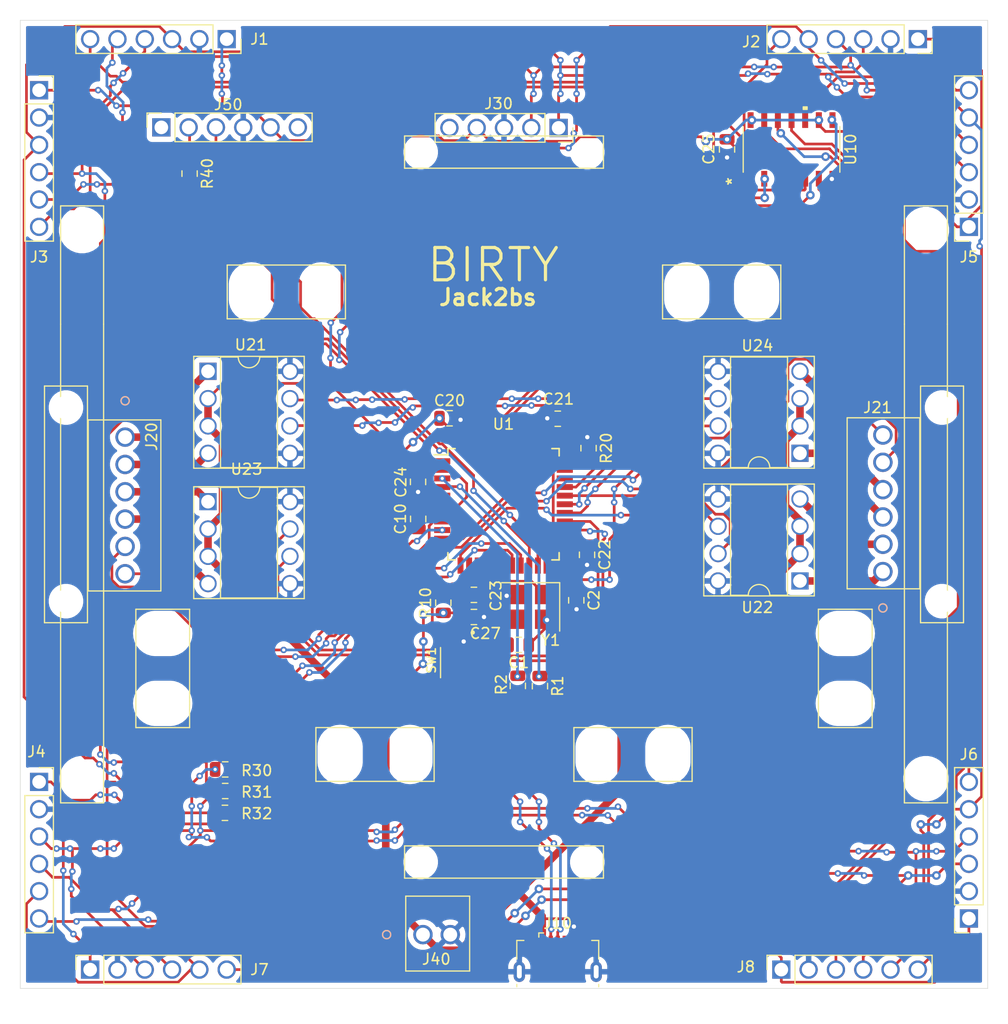
<source format=kicad_pcb>
(kicad_pcb (version 20211014) (generator pcbnew)
  (layers (0 "F.Cu" signal) (31 "B.Cu" signal) (34 "B.Paste" user) (35 "F.Paste" user) (36 "B.SilkS" user "B.Silkscreen") (37 "F.SilkS" user "F.Silkscreen") (38 "B.Mask" user) (39 "F.Mask" user) (44 "Edge.Cuts" user))
  (net 0 "")
  (net 1 "Net-(C1-Pad2)")
  (net 2 "GND")
  (net 3 "Net-(C2-Pad1)")
  (net 4 "Net-(C10-Pad1)")
  (net 5 "+5V")
  (net 6 "PE6")
  (net 7 "SDA")
  (net 8 "XS1")
  (net 9 "SCL")
  (net 10 "XS2")
  (net 11 "XS3")
  (net 12 "XS4")
  (net 13 "XS5")
  (net 14 "XS6")
  (net 15 "XS7")
  (net 16 "XS8")
  (net 17 "D+")
  (net 18 "Net-(J10-Pad4)")
  (net 19 "D-")
  (net 20 "M11")
  (net 21 "M12")
  (net 22 "M13")
  (net 23 "M14")
  (net 24 "ENC11")
  (net 25 "ENC12")
  (net 26 "M21")
  (net 27 "M22")
  (net 28 "M23")
  (net 29 "M24")
  (net 30 "ENC21")
  (net 31 "ENC22")
  (net 32 "+2V8")
  (net 33 "Net-(R1-Pad1)")
  (net 34 "Net-(R2-Pad1)")
  (net 35 "Net-(R10-Pad2)")
  (net 36 "Net-(R20-Pad2)")
  (net 37 "PF0")
  (net 38 "PF1")
  (net 39 "Net-(U1-Pad39)")
  (net 40 "Net-(U1-Pad38)")
  (net 41 "Net-(U1-Pad37)")
  (net 42 "Net-(U1-Pad36)")
  (net 43 "Net-(U1-Pad32)")
  (net 44 "Net-(U1-Pad31)")
  (net 45 "PB6")
  (net 46 "PB5")
  (net 47 "PB4")
  (net 48 "PB7")
  (net 49 "Net-(J50-Pad1)")
  (net 50 "Net-(J50-Pad2)")
  (net 51 "RXA")
  (net 52 "Net-(J50-Pad6)")
  (net 53 "TXA")
  (net 54 "PD7")
  (net 55 "PD6")
  (net 56 "PD4")
  (net 57 "PD5")
  (footprint "Capacitor_SMD:C_0805_2012Metric" (layer "F.Cu") (at 85.75 32 -90)
    (fp_text reference "C25")
    (fp_text value "0.1uF")
  )
  (footprint "BirtyParts:MiniIMU-9-v5" (layer "F.Cu") (at 73.1026 29.746 -90)
    (fp_text reference "J30")
    (fp_text value "MinIMU-9_v5_Conn")
  )
  (footprint "Resistor_SMD:R_0805_2012Metric" (layer "F.Cu") (at 68.344 81.8964 -90)
    (fp_text reference "R1")
    (fp_text value "22r")
  )
  (footprint "Resistor_SMD:R_0805_2012Metric" (layer "F.Cu") (at 66.2866 81.8733 -90)
    (fp_text reference "R2")
    (fp_text value "22r")
  )
  (footprint "Resistor_SMD:R_0805_2012Metric" (layer "F.Cu") (at 72.8652 59.7753 -90)
    (fp_text reference "R20")
    (fp_text value "10k")
  )
  (footprint "Resistor_SMD:R_0805_2012Metric" (layer "F.Cu") (at 39.0628 89.6398)
    (fp_text reference "R30")
    (fp_text value "4k7")
  )
  (footprint "Resistor_SMD:R_0805_2012Metric" (layer "F.Cu") (at 39.0628 91.6464 180)
    (fp_text reference "R31")
    (fp_text value "4k7")
  )
  (footprint "Resistor_SMD:R_0805_2012Metric" (layer "F.Cu") (at 39.0374 93.6784 180)
    (fp_text reference "R32")
    (fp_text value "5k")
  )
  (footprint "BirtyParts:SN74HCS264DR" (layer "F.Cu") (at 91.75 32 90)
    (fp_text reference "U10")
    (fp_text value "SN74HCS264DR" hide)
  )
  (footprint "BirtyParts:Adafruit_L9110_HBridge" (layer "F.Cu") (at 88.75 75.3712 180)
    (fp_text reference "U22")
    (fp_text value "L9110_HBridge")
  )
  (footprint "BirtyParts:Adafruit_L9110_HBridge" (layer "F.Cu") (at 88.75 63.5012 180)
    (fp_text reference "U24")
    (fp_text value "L9110_HBridge")
  )
  (footprint "BirtyParts:OSTVN02A150" (layer "F.Cu") (at 57.46 105)
    (fp_text reference "J40")
    (fp_text value "OSTVN02A150" hide)
  )
  (footprint "BirtyParts:Adafruit_L9110_HBridge" (layer "F.Cu") (at 41.25 49.3788)
    (fp_text reference "U21")
    (fp_text value "L9110_HBridge")
  )
  (footprint "Capacitor_SMD:C_0805_2012Metric" (layer "F.Cu") (at 62.1995 75.4702)
    (fp_text reference "C27")
    (fp_text value "10uF")
  )
  (footprint "Resistor_SMD:R_0805_2012Metric" (layer "F.Cu") (at 59.3524 74.1494 90)
    (fp_text reference "R10")
    (fp_text value "10k")
  )
  (footprint "PushButton:SW_KMR421GULCLFS" (layer "F.Cu") (at 60.4954 79.712 -90)
    (fp_text reference "SW1")
    (fp_text value "SW_PUSH")
  )
  (footprint "Package_QFP:TQFP-44_10x10mm_P0.8mm" (layer "F.Cu") (at 64.9542 64.9894)
    (fp_text reference "U1")
    (fp_text value "ATmega32U4-AU")
  )
  (footprint "Crystal:Crystal_SMD_3225-4Pin_3.2x2.5mm_HandSoldering" (layer "F.Cu") (at 67.4804 74.5304 180)
    (fp_text reference "Y1")
    (fp_text value "16Mhz")
  )
  (footprint "Capacitor_SMD:C_0805_2012Metric" (layer "F.Cu") (at 72.7242 69.6894 -90)
    (fp_text reference "C22")
    (fp_text value "0.1uF")
  )
  (footprint "Capacitor_SMD:C_0805_2012Metric" (layer "F.Cu") (at 57.0042 62.9094 -90)
    (fp_text reference "C24")
    (fp_text value "0.1uF")
  )
  (footprint "Capacitor_SMD:C_0805_2012Metric" (layer "F.Cu") (at 70.0017 57.0394 180)
    (fp_text reference "C21")
    (fp_text value "0.1uF")
  )
  (footprint "Capacitor_SMD:C_0805_2012Metric" (layer "F.Cu") (at 59.9342 56.9994)
    (fp_text reference "C20")
    (fp_text value "0.1uF")
  )
  (footprint "Capacitor_SMD:C_0805_2012Metric" (layer "F.Cu") (at 71.7222 73.9208 -90)
    (fp_text reference "C2")
    (fp_text value "22pF")
  )
  (footprint "Capacitor_SMD:C_0805_2012Metric" (layer "F.Cu") (at 66.3651 78.061 180)
    (fp_text reference "C1")
    (fp_text value "22pF")
  )
  (footprint "Capacitor_SMD:C_0805_2012Metric" (layer "F.Cu") (at 57.0156 66.3516 90)
    (fp_text reference "C10")
    (fp_text value "1uF")
  )
  (footprint "BirtyParts:HC05Header" (layer "F.Cu") (at 30 30 90)
    (fp_text reference "J50")
    (fp_text value "HC05Header")
  )
  (footprint "Resistor_SMD:R_0805_2012Metric" (layer "F.Cu") (at 35.75 34.25 -90)
    (fp_text reference "R40")
    (fp_text value "100r")
  )
  (footprint "BirtyParts:VL6810AdaFruit" (layer "F.Cu") (at 107.8402 106.3922 180)
    (fp_text reference "J6")
    (fp_text value "VL6180AdaFruit")
  )
  (footprint "BirtyParts:VL6810AdaFruit" (layer "F.Cu") (at 87.9078 107.8402 90)
    (fp_text reference "J8")
    (fp_text value "VL6180AdaFruit")
  )
  (footprint "BirtyParts:VL6810AdaFruit" (layer "F.Cu") (at 23.6078 107.8402 90)
    (fp_text reference "J7")
    (fp_text value "VL6180AdaFruit")
  )
  (footprint "BirtyParts:VL6810AdaFruit" (layer "F.Cu") (at 22.1598 87.9078)
    (fp_text reference "J4")
    (fp_text value "VL6180AdaFruit")
  )
  (footprint "BirtyParts:VL6810AdaFruit" (layer "F.Cu") (at 22.1598 23.6078)
    (fp_text reference "J3")
    (fp_text value "VL6180AdaFruit")
  )
  (footprint "BirtyParts:MotorMount" (layer "F.Cu") (at 24.25 54)
    (fp_text reference "REF**" hide)
    (fp_text value "MotorMount")
  )
  (footprint "BirtyParts:OSTVN06A150" (layer "F.Cu") (at 100.25 71.25 90)
    (fp_text reference "J21")
    (fp_text value "OSTVN06A150" hide)
  )
  (footprint "BirtyParts:MotorMount" (layer "F.Cu") (at 105.75 54)
    (fp_text reference "REF**" hide)
    (fp_text value "MotorMount")
  )
  (footprint "BirtyParts:VL6810AdaFruit" (layer "F.Cu") (at 107.8402 42.0922 180)
    (fp_text reference "J5")
    (fp_text value "VL6180AdaFruit")
  )
  (footprint "BirtyParts:VL6810AdaFruit" (layer "F.Cu") (at 42.0922 22.1598 -90)
    (fp_text reference "J1")
    (fp_text value "VL6180AdaFruit")
  )
  (footprint "BirtyParts:VL6810AdaFruit" (layer "F.Cu") (at 106.3922 22.1598 -90)
    (fp_text reference "J2")
    (fp_text value "VL6180AdaFruit")
  )
  (footprint "Connector_USB:USB_Micro-B_GCT_USB3076-30-A" (layer "F.Cu") (at 70 107.25)
    (fp_text reference "J10")
    (fp_text value "USB_mini_micro_B")
  )
  (footprint "BirtyParts:OSTVN06A150" (layer "F.Cu") (at 29.75 58.75 -90)
    (fp_text reference "J20")
    (fp_text value "OSTVN06A150" hide)
  )
  (footprint "BirtyParts:Adafruit_L9110_HBridge" (layer "F.Cu") (at 41.25 61.4988)
    (fp_text reference "U23")
    (fp_text value "L9110_HBridge")
  )
  (footprint "BirtyParts:StepperMount" (layer "F.Cu") (at 25.75 65)
    (fp_text reference "REF**" hide)
    (fp_text value "StepperMount")
  )
  (footprint "BirtyParts:StepperMount" (layer "F.Cu") (at 104.25 65)
    (fp_text reference "REF**" hide)
    (fp_text value "StepperMount")
  )
  (footprint "BirtyParts:BallMount" (layer "F.Cu") (at 65 98.25)
    (fp_text reference "REF**" hide)
    (fp_text value "BallMount")
  )
  (footprint "BirtyParts:BallMount" (layer "F.Cu") (at 65 32.25)
    (fp_text reference "REF**" hide)
    (fp_text value "BallMount")
  )
  (footprint "BirtyParts:BatteryMount" (layer "F.Cu") (at 33.25 74.75)
    (fp_text reference "REF**" hide)
    (fp_text value "BatteryMount")
  )
  (footprint "BirtyParts:BatteryMount" (layer "F.Cu") (at 96.75 74.75)
    (fp_text reference "REF**" hide)
    (fp_text value "BatteryMount")
  )
  (footprint "BirtyParts:BatteryMount" (layer "F.Cu") (at 39.25 45.25 90)
    (fp_text reference "REF**" hide)
    (fp_text value "BatteryMount")
  )
  (footprint "BirtyParts:BatteryMount" (layer "F.Cu") (at 79.75 45.25 90)
    (fp_text reference "REF**" hide)
    (fp_text value "BatteryMount")
  )
  (footprint "BirtyParts:BatteryMount" (layer "F.Cu") (at 47.5 88.25 90)
    (fp_text reference "REF**" hide)
    (fp_text value "BatteryMount")
  )
  (footprint "BirtyParts:BatteryMount" (layer "F.Cu") (at 71.5 88.25 90)
    (fp_text reference "REF**" hide)
    (fp_text value "BatteryMount")
  )
  (footprint "Capacitor_SMD:C_0805_2012Metric" (layer "F.Cu") (at 62.1995 73.4128)
    (fp_text reference "C23")
    (fp_text value "0.1uF")
  )
  (gr_line (start 110 20) (end 20 20) (layer "Edge.Cuts") (width 0.05))
  (gr_line (start 20 20) (end 20 110) (layer "Edge.Cuts") (width 0.05))
  (gr_line (start 110 110) (end 110 20) (layer "Edge.Cuts") (width 0.05))
  (gr_line (start 20 110) (end 110 110) (layer "Edge.Cuts") (width 0.05))
  (gr_text "BIRTY" (at 64 42.75) (layer "F.SilkS") (effects (font (size 3 3) (thickness 0.3))))
  (gr_text "Jack2bs" (at 63.5 45.75) (layer "F.SilkS") (effects (font (size 1.5 1.5) (thickness 0.3))))
  (segment (start 65.4276 78.061) (end 65.4276 76.2832) (width 0.25) (layer "F.Cu") (net 1))
  (segment (start 65.4276 76.2832) (end 66.0304 75.6804) (width 0.25) (layer "F.Cu") (net 1))
  (segment (start 65.795398 75.6804) (end 64.1542 74.039202) (width 0.25) (layer "F.Cu") (net 1))
  (segment (start 64.1542 74.039202) (end 64.1542 71.6894) (width 0.25) (layer "F.Cu") (net 1))
  (segment (start 64.1542 71.6894) (end 64.1542 70.6894) (width 0.25) (layer "F.Cu") (net 1))
  (segment (start 66.0304 75.6804) (end 65.795398 75.6804) (width 0.25) (layer "F.Cu") (net 1))
  (segment (start 57.0156 63.8583) (end 57.0042 63.8469) (width 0.25) (layer "F.Cu") (net 2))
  (segment (start 57.0156 65.4141) (end 57.0156 63.8583) (width 0.25) (layer "F.Cu") (net 2))
  (segment (start 63.137 72.6128) (end 63.3542 72.3956) (width 0.25) (layer "F.Cu") (net 2))
  (segment (start 63.137 73.4128) (end 63.137 72.6128) (width 0.25) (layer "F.Cu") (net 2))
  (segment (start 63.3542 72.3956) (end 63.3542 71.6894) (width 0.25) (layer "F.Cu") (net 2))
  (segment (start 63.3542 71.6894) (end 63.3542 70.6894) (width 0.25) (layer "F.Cu") (net 2))
  (segment (start 68.1542 57.9494) (end 69.0642 57.0394) (width 0.25) (layer "F.Cu") (net 2))
  (segment (start 61.7542 59.2894) (end 61.7542 57.8819) (width 0.25) (layer "F.Cu") (net 2))
  (segment (start 68.1542 59.2894) (end 68.1542 57.9494) (width 0.25) (layer "F.Cu") (net 2))
  (segment (start 61.7542 57.8819) (end 60.8717 56.9994) (width 0.25) (layer "F.Cu") (net 2))
  (segment (start 63.137 73.4128) (end 63.137 75.4702) (width 0.25) (layer "F.Cu") (net 2))
  (segment (start 57.0042 63.8469) (end 57.3467 64.1894) (width 0.25) (layer "F.Cu") (net 2))
  (segment (start 72.7242 70.6269) (end 71.0867 68.9894) (width 0.25) (layer "F.Cu") (net 2))
  (segment (start 57.3467 64.1894) (end 59.2542 64.1894) (width 0.25) (layer "F.Cu") (net 2))
  (segment (start 71.0867 68.9894) (end 70.6542 68.9894) (width 0.25) (layer "F.Cu") (net 2))
  (segment (start 71.3 104.45) (end 71.5 104.25) (width 0.4) (layer "F.Cu") (net 2))
  (segment (start 69 76.3636) (end 69 75.75) (width 0.25) (layer "F.Cu") (net 2))
  (segment (start 69.0242 56.9994) (end 69.0642 57.0394) (width 0.25) (layer "F.Cu") (net 2))
  (segment (start 95.56 34.72415) (end 95.52585 34.72415) (width 0.25) (layer "F.Cu") (net 2))
  (segment (start 85.75 32.9375) (end 85.75 32.75) (width 0.25) (layer "F.Cu") (net 2))
  (segment (start 72.8378 58.8378) (end 72.75 58.75) (width 0.25) (layer "F.Cu") (net 2))
  (segment (start 71.7222 74.7778) (end 71.75 74.75) (width 0.25) (layer "F.Cu") (net 2))
  (segment (start 66.0304 73.3804) (end 65.3696 73.3804) (width 0.25) (layer "F.Cu") (net 2))
  (segment (start 71.3 105.8) (end 71.3 104.45) (width 0.4) (layer "F.Cu") (net 2))
  (segment (start 71.7222 74.8583) (end 71.7222 74.7778) (width 0.25) (layer "F.Cu") (net 2))
  (segment (start 68.9304 75.6804) (end 69 75.75) (width 0.25) (layer "F.Cu") (net 2))
  (segment (start 72.8652 58.8378) (end 72.8378 58.8378) (width 0.25) (layer "F.Cu") (net 2))
  (segment (start 67.3026 78.061) (end 69 76.3636) (width 0.25) (layer "F.Cu") (net 2))
  (segment (start 61.2954 77.662) (end 61.2954 77.7046) (width 0.25) (layer "F.Cu") (net 2))
  (segment (start 65.3696 73.3804) (end 65.25 73.5) (width 0.25) (layer "F.Cu") (net 2))
  (segment (start 61.2954 77.7046) (end 61.25 77.75) (width 0.25) (layer "F.Cu") (net 2))
  (segment (start 95.52585 34.72415) (end 95.5 34.75) (width 0.25) (layer "F.Cu") (net 2))
  (via (at 57.0042 63.8469) (size 0.8) (drill 0.4) (layers "F.Cu" "B.Cu") (net 2))
  (via (at 69 75.75) (size 0.8) (drill 0.4) (layers "F.Cu" "B.Cu") (net 2))
  (via (at 71.75 74.75) (size 0.8) (drill 0.4) (layers "F.Cu" "B.Cu") (net 2))
  (via (at 72.75 58.75) (size 0.8) (drill 0.4) (layers "F.Cu" "B.Cu") (net 2))
  (via (at 71.5 104.25) (size 0.8) (drill 0.4) (layers "F.Cu" "B.Cu") (net 2))
  (via (at 63.137 75.4702) (size 0.8) (drill 0.4) (layers "F.Cu" "B.Cu") (net 2))
  (via (at 85.75 32.75) (size 0.8) (drill 0.4) (layers "F.Cu" "B.Cu") (net 2))
  (via (at 60.956952 57.137456) (size 0.8) (drill 0.4) (layers "F.Cu" "B.Cu") (net 2))
  (via (at 65.25 73.5) (size 0.8) (drill 0.4) (layers "F.Cu" "B.Cu") (net 2))
  (via (at 61.25 77.75) (size 0.8) (drill 0.4) (layers "F.Cu" "B.Cu") (net 2))
  (via (at 95.5 34.75) (size 0.8) (drill 0.4) (layers "F.Cu" "B.Cu") (net 2))
  (via (at 72.7242 70.6269) (size 0.8) (drill 0.4) (layers "F.Cu" "B.Cu") (net 2))
  (via (at 69.0242 56.9994) (size 0.8) (drill 0.4) (layers "F.Cu" "B.Cu") (net 2))
  (segment (start 56.9379 63.9132) (end 57.0042 63.8469) (width 0.25) (layer "B.Cu") (net 2))
  (segment (start 71.7222 72.9833) (end 69.3275 72.9833) (width 0.25) (layer "F.Cu") (net 3))
  (segment (start 69.3275 72.9833) (end 68.9304 73.3804) (width 0.25) (layer "F.Cu") (net 3))
  (segment (start 68.7804 73.3804) (end 68.9304 73.3804) (width 0.25) (layer "F.Cu") (net 3))
  (segment (start 64.9542 70.6894) (end 64.9542 71.499402) (width 0.25) (layer "F.Cu") (net 3))
  (segment (start 64.9542 71.499402) (end 65.610197 72.155399) (width 0.25) (layer "F.Cu") (net 3))
  (segment (start 65.610197 72.155399) (end 67.555399 72.155399) (width 0.25) (layer "F.Cu") (net 3))
  (segment (start 67.555399 72.155399) (end 68.7804 73.3804) (width 0.25) (layer "F.Cu") (net 3))
  (segment (start 58.04061 65.20299) (end 58.2542 64.9894) (width 0.25) (layer "F.Cu") (net 4))
  (segment (start 57.0156 67.2891) (end 58.04061 66.26409) (width 0.25) (layer "F.Cu") (net 4))
  (segment (start 58.04061 66.26409) (end 58.04061 65.20299) (width 0.25) (layer "F.Cu") (net 4))
  (segment (start 58.2542 64.9894) (end 59.2542 64.9894) (width 0.25) (layer "F.Cu") (net 4))
  (segment (start 60.8787 75.0869) (end 61.262 75.4702) (width 0.25) (layer "F.Cu") (net 5))
  (segment (start 59.3524 75.0869) (end 60.8787 75.0869) (width 0.25) (layer "F.Cu") (net 5))
  (segment (start 60.9542 60.2894) (end 60.9542 59.2894) (width 0.25) (layer "F.Cu") (net 5))
  (segment (start 62.289201 60.364401) (end 61.029201 60.364401) (width 0.25) (layer "F.Cu") (net 5))
  (segment (start 61.029201 60.364401) (end 60.9542 60.2894) (width 0.25) (layer "F.Cu") (net 5))
  (segment (start 61.262 73.4128) (end 62.5542 72.1206) (width 0.25) (layer "F.Cu") (net 5))
  (segment (start 62.5542 72.1206) (end 62.5542 70.6894) (width 0.25) (layer "F.Cu") (net 5))
  (segment (start 62.5542 59.2894) (end 62.5542 60.099402) (width 0.25) (layer "F.Cu") (net 5))
  (segment (start 62.5542 60.099402) (end 62.289201 60.364401) (width 0.25) (layer "F.Cu") (net 5))
  (segment (start 68.9542 58.8144) (end 70.7292 57.0394) (width 0.25) (layer "F.Cu") (net 5))
  (segment (start 68.9542 59.2894) (end 68.9542 58.8144) (width 0.25) (layer "F.Cu") (net 5))
  (segment (start 70.7292 57.0394) (end 70.9392 57.0394) (width 0.25) (layer "F.Cu") (net 5))
  (segment (start 61.262 73.4128) (end 61.262 75.4702) (width 0.25) (layer "F.Cu") (net 5))
  (segment (start 92.5346 55.17) (end 92.5346 57.71) (width 0.7) (layer "F.Cu") (net 5))
  (segment (start 98.281101 30.331101) (end 94.894401 30.331101) (width 0.25) (layer "F.Cu") (net 5))
  (segment (start 54 89.5) (end 54 86.3646) (width 0.7) (layer "F.Cu") (net 5))
  (segment (start 40.0003 91.6464) (end 53.8536 91.6464) (width 0.25) (layer "F.Cu") (net 5))
  (segment (start 61.284999 31.175001) (end 62.46 30) (width 0.25) (layer "F.Cu") (net 5))
  (segment (start 55.51615 60.48385) (end 48.787301 53.755001) (width 0.25) (layer "F.Cu") (net 5))
  (segment (start 60.263086 61.7894) (end 59.2542 61.7894) (width 0.25) (layer "F.Cu") (net 5))
  (segment (start 91.184599 65.148001) (end 91.184599 59.060001) (width 0.7) (layer "F.Cu") (net 5))
  (segment (start 109.425001 24.675001) (end 106.5 21.75) (width 0.25) (layer "F.Cu") (net 5))
  (segment (start 24 92) (end 24 91.95) (width 0.25) (layer "F.Cu") (net 5))
  (segment (start 28.941942 27.941942) (end 38.808058 27.941942) (width 0.25) (layer "F.Cu") (net 5))
  (segment (start 92.5346 66.498002) (end 91.184599 65.148001) (width 0.7) (layer "F.Cu") (net 5))
  (segment (start 26.524025 92.5) (end 24 92.5) (width 0.25) (layer "F.Cu") (net 5))
  (segment (start 38.94989 94.70341) (end 31.45341 94.70341) (width 0.25) (layer "F.Cu") (net 5))
  (segment (start 90.8 108.25) (end 90.8 107.15) (width 0.25) (layer "F.Cu") (net 5))
  (segment (start 57.46 105) (end 54 101.54) (width 0.7) (layer "F.Cu") (net 5))
  (segment (start 55.51615 60.23385) (end 56.539601 59.210399) (width 0.25) (layer "F.Cu") (net 5))
  (segment (start 108.25 38.399002) (end 109.425001 37.224001) (width 0.25) (layer "F.Cu") (net 5))
  (segment (start 39.9749 93.6784) (end 38.94989 94.70341) (width 0.25) (layer "F.Cu") (net 5))
  (segment (start 59.355999 31.175001) (end 61.284999 31.175001) (width 0.25) (layer "F.Cu") (net 5))
  (segment (start 38.808058 27.941942) (end 38.808058 26.883068) (width 0.25) (layer "F.Cu") (net 5))
  (segment (start 69.579199 60.829199) (end 69.579199 67.924401) (width 0.25) (layer "F.Cu") (net 5))
  (segment (start 94.29 29.7267) (end 94.29 29.27585) (width 0.25) (layer "F.Cu") (net 5))
  (segment (start 37.4654 67.29) (end 38.815401 65.939999) (width 0.7) (layer "F.Cu") (net 5))
  (segment (start 53.8602 89.6398) (end 54 89.5) (width 0.25) (layer "F.Cu") (net 5))
  (segment (start 26.5 106.5) (end 26.5 108.25) (width 0.25) (layer "F.Cu") (net 5))
  (segment (start 68.9542 59.2894) (end 68.9542 60.2894) (width 0.25) (layer "F.Cu") (net 5))
  (segment (start 63.71 31.25) (end 62.46 30) (width 0.25) (layer "F.Cu") (net 5))
  (segment (start 58.911701 106.451701) (end 60.912899 106.451701) (width 0.7) (layer "F.Cu") (net 5))
  (segment (start 91.734601 70.379999) (end 92.5346 69.58) (width 0.7) (layer "F.Cu") (net 5))
  (segment (start 54 101.54) (end 54 91.5) (width 0.7) (layer "F.Cu") (net 5))
  (segment (start 49.925001 31.175001) (end 50.350002 30.75) (width 0.25) (layer "F.Cu") (net 5))
  (segment (start 90.875001 109.425001) (end 90.8 109.35) (width 0.25) (layer "F.Cu") (net 5))
  (segment (start 24.941942 104.941942) (end 26.5 106.5) (width 0.25) (layer "F.Cu") (net 5))
  (segment (start 55.51615 60.48385) (end 55.51615 60.23385) (width 0.25) (layer "F.Cu") (net 5))
  (segment (start 71.640998 31.25) (end 72.065999 30.824999) (width 0.25) (layer "F.Cu") (net 5))
  (segment (start 48.860312 51.389688) (end 48.860312 53.68199) (width 0.25) (layer "F.Cu") (net 5))
  (segment (start 38.880399 53.755001) (end 37.4654 55.17) (width 0.25) (layer "F.Cu") (net 5))
  (segment (start 57.46 79.765001) (end 57.5 79.725001) (width 0.25) (layer "F.Cu") (net 5))
  (segment (start 61.524343 64.329259) (end 61.524343 63.050657) (width 0.25) (layer "F.Cu") (net 5))
  (segment (start 59.2542 61.7894) (end 57.1867 61.7894) (width 0.25) (layer "F.Cu") (net 5))
  (segment (start 43.2808 29.9526) (end 44.503201 31.175001) (width 0.25) (layer "F.Cu") (net 5))
  (segment (start 53.8536 91.6464) (end 54 91.5) (width 0.25) (layer "F.Cu") (net 5))
  (segment (start 58.9967 56.9994) (end 59.36735 56.9994) (width 0.25) (layer "F.Cu") (net 5))
  (segment (start 91.734601 58.509999) (end 92.5346 57.71) (width 0.7) (layer "F.Cu") (net 5))
  (segment (start 69.844198 68.1894) (end 70.6542 68.1894) (width 0.25) (layer "F.Cu") (net 5))
  (segment (start 59.2542 65.7894) (end 60.064202 65.7894) (width 0.25) (layer "F.Cu") (net 5))
  (segment (start 27.448289 92) (end 27.024025 92) (width 0.25) (layer "F.Cu") (net 5))
  (segment (start 37.4654 69.83) (end 53.8177 86.1823) (width 0.7) (layer "F.Cu") (net 5))
  (segment (start 38.815401 59.060001) (end 37.4654 57.71) (width 0.7) (layer "F.Cu") (net 5))
  (segment (start 37.4654 69.83) (end 37.4654 67.29) (width 0.7) (layer "F.Cu") (net 5))
  (segment (start 68.549999 103.299999) (end 68.549999 104.899999) (width 0.7) (layer "F.Cu") (net 5))
  (segment (start 70.6542 68.1894) (end 72.1617 68.1894) (width 0.25) (layer "F.Cu") (net 5))
  (segment (start 57.5 77.850001) (end 57.5 75.25) (width 0.25) (layer "F.Cu") (net 5))
  (segment (start 108.25 106.239002) (end 105.064001 109.425001) (width 0.25) (layer "F.Cu") (net 5))
  (segment (start 31.45341 94.70341) (end 28.75 92) (width 0.25) (layer "F.Cu") (net 5))
  (segment (start 57.46 105) (end 58.911701 106.451701) (width 0.7) (layer "F.Cu") (net 5))
  (segment (start 69.0394 60.2894) (end 69.579199 60.829199) (width 0.25) (layer "F.Cu") (net 5))
  (segment (start 68.9542 60.2894) (end 68.879199 60.364401) (width 0.25) (layer "F.Cu") (net 5))
  (segment (start 57.5 77.850001) (end 57.5 77.750001) (width 0.25) (layer "F.Cu") (net 5))
  (segment (start 38.808058 26.883068) (end 38.75 26.82501) (width 0.25) (layer "F.Cu") (net 5))
  (segment (start 109.425001 37.224001) (end 109.425001 24.675001) (width 0.25) (layer "F.Cu") (net 5))
  (segment (start 72.1617 68.1894) (end 72.7242 68.7519) (width 0.25) (layer "F.Cu") (net 5))
  (segment (start 94.29 29.27585) (end 94.29 29.65359) (width 0.25) (layer "F.Cu") (net 5))
  (segment (start 40.0003 89.6398) (end 40.0003 91.6464) (width 0.25) (layer "F.Cu") (net 5))
  (segment (start 108.25 103.5) (end 108.25 106.239002) (width 0.25) (layer "F.Cu") (net 5))
  (segment (start 72.065999 30.824999) (end 83.349999 30.824999) (width 0.25) (layer "F.Cu") (net 5))
  (segment (start 87.174999 103.524999) (end 68.774999 103.524999) (width 0.25) (layer "F.Cu") (net 5))
  (segment (start 108.25 39.2) (end 107.15 39.2) (width 0.25) (layer "F.Cu") (net 5))
  (segment (start 83.349999 30.824999) (end 83.375001 30.850001) (width 0.25) (layer "F.Cu") (net 5))
  (segment (start 58.9967 56.9994) (end 60.9542 58.9569) (width 0.25) (layer "F.Cu") (net 5))
  (segment (start 68.7 103.45) (end 66.3073 101.0573) (width 0.4) (layer "F.Cu") (net 5))
  (segment (start 92.5346 67.04) (end 92.5346 69.58) (width 0.7) (layer "F.Cu") (net 5))
  (segment (start 66.3073 101.0573) (end 75.90001 91.46459) (width 0.7) (layer "F.Cu") (net 5))
  (segment (start 87.94 33.2525) (end 85.75 31.0625) (width 0.25) (layer "F.Cu") (net 5))
  (segment (start 27.024025 92) (end 26.524025 92.5) (width 0.25) (layer "F.Cu") (net 5))
  (segment (start 57.46 79.765001) (end 57.46 79.825001) (width 0.25) (layer "F.Cu") (net 5))
  (segment (start 61.524343 63.050657) (end 60.263086 61.7894) (width 0.25) (layer "F.Cu") (net 5))
  (segment (start 68.7 105.8) (end 68.7 103.45) (width 0.4) (layer "F.Cu") (net 5))
  (segment (start 66.3073 101.0573) (end 68.549999 103.299999) (width 0.7) (layer "F.Cu") (net 5))
  (segment (start 48.860312 53.68199) (end 48.787301 53.755001) (width 0.25) (layer "F.Cu") (net 5))
  (segment (start 38.808058 27.941942) (end 41.270142 27.941942) (width 0.25) (layer "F.Cu") (net 5))
  (segment (start 63.71 31.25) (end 71.640998 31.25) (width 0.25) (layer "F.Cu") (net 5))
  (segment (start 87.94 29.27585) (end 88.060599 29.27585) (width 0.25) (layer "F.Cu") (net 5))
  (segment (start 54 86.3646) (end 53.8177 86.1823) (width 0.7) (layer "F.Cu") (net 5))
  (segment (start 21.75 26.5) (end 27.236116 26.5) (width 0.25) (layer "F.Cu") (net 5))
  (segment (start 92.5346 67.04) (end 92.5346 66.498002) (width 0.7) (layer "F.Cu") (net 5))
  (segment (start 108.25 39.2) (end 108.25 38.399002) (width 0.25) (layer "F.Cu") (net 5))
  (segment (start 27.236116 26.5) (end 27.243058 26.493058) (width 0.25) (layer "F.Cu") (net 5))
  (segment (start 24 91.95) (end 22.85 90.8) (width 0.25) (layer "F.Cu") (net 5))
  (segment (start 49.925001 47.074999) (end 49.925001 31.175001) (width 0.25) (layer "F.Cu") (net 5))
  (segment (start 90.8 109.35) (end 90.8 108.25) (width 0.25) (layer "F.Cu") (net 5))
  (segment (start 50.350002 30.75) (end 58.930998 30.75) (width 0.25) (layer "F.Cu") (net 5))
  (segment (start 22.85 90.8) (end 21.75 90.8) (width 0.25) (layer "F.Cu") (net 5))
  (segment (start 107.15 39.2) (end 98.281101 30.331101) (width 0.25) (layer "F.Cu") (net 5))
  (segment (start 87.94 34.72415) (end 87.94 33.2525) (width 0.25) (layer "F.Cu") (net 5))
  (segment (start 69.579199 67.924401) (end 69.844198 68.1894) (width 0.25) (layer "F.Cu") (net 5))
  (segment (start 24 92) (end 24 92.5) (width 0.25) (layer "F.Cu") (net 5))
  (segment (start 40.0003 93.653) (end 39.9749 93.6784) (width 0.25) (layer "F.Cu") (net 5))
  (segment (start 41.270142 27.941942) (end 43.2808 29.9526) (width 0.25) (layer "F.Cu") (net 5))
  (segment (start 48.879343 48.120657) (end 49.925001 47.074999) (width 0.25) (layer "F.Cu") (net 5))
  (segment (start 105.064001 109.425001) (end 90.875001 109.425001) (width 0.25) (layer "F.Cu") (net 5))
  (segment (start 75.90001 91.46459) (end 75.90001 86.21459) (width 0.7) (layer "F.Cu") (net 5))
  (segment (start 38.815401 65.939999) (end 38.815401 59.060001) (width 0.7) (layer "F.Cu") (net 5))
  (segment (start 57.0042 61.9719) (end 55.51615 60.48385) (width 0.25) (layer "F.Cu") (net 5))
  (segment (start 58.930998 30.75) (end 59.355999 31.175001) (width 0.25) (layer "F.Cu") (net 5))
  (segment (start 60.912899 106.451701) (end 66.3073 101.0573) (width 0.7) (layer "F.Cu") (net 5))
  (segment (start 48.787301 53.755001) (end 38.880399 53.755001) (width 0.25) (layer "F.Cu") (net 5))
  (segment (start 57.1867 61.7894) (end 57.0042 61.9719) (width 0.25) (layer "F.Cu") (net 5))
  (segment (start 75.90001 86.21459) (end 91.734601 70.379999) (width 0.7) (layer "F.Cu") (net 5))
  (segment (start 60.064202 65.7894) (end 61.524343 64.329259) (width 0.25) (layer "F.Cu") (net 5))
  (segment (start 24 92.5) (end 24 99.045) (width 0.25) (layer "F.Cu") (net 5))
  (segment (start 44.503201 31.175001) (end 49.925001 31.175001) (width 0.25) (layer "F.Cu") (net 5))
  (segment (start 106.5 21.75) (end 103.5 21.75) (width 0.25) (layer "F.Cu") (net 5))
  (segment (start 94.894401 30.331101) (end 94.29 29.7267) (width 0.25) (layer "F.Cu") (net 5))
  (segment (start 37.4654 55.17) (end 37.4654 57.71) (width 0.7) (layer "F.Cu") (net 5))
  (segment (start 68.879199 60.364401) (end 62.289201 60.364401) (width 0.25) (layer "F.Cu") (net 5))
  (segment (start 68.774999 103.524999) (end 68.7 103.45) (width 0.25) (layer "F.Cu") (net 5))
  (segment (start 60.9542 58.9569) (end 60.9542 59.2894) (width 0.25) (layer "F.Cu") (net 5))
  (segment (start 68.9542 60.2894) (end 69.0394 60.2894) (width 0.25) (layer "F.Cu") (net 5))
  (segment (start 38.75 25.125) (end 38.75 24.205) (width 0.25) (layer "F.Cu") (net 5))
  (segment (start 83.375001 30.850001) (end 83.775 31.25) (width 0.25) (layer "F.Cu") (net 5))
  (segment (start 91.184599 59.060001) (end 91.734601 58.509999) (width 0.7) (layer "F.Cu") (net 5))
  (segment (start 40.0003 91.6464) (end 40.0003 93.653) (width 0.25) (layer "F.Cu") (net 5))
  (segment (start 53.8177 86.1823) (end 53.8177 83.467301) (width 0.25) (layer "F.Cu") (net 5))
  (segment (start 90.8 107.15) (end 87.174999 103.524999) (width 0.25) (layer "F.Cu") (net 5))
  (segment (start 53.8177 83.467301) (end 57.46 79.825001) (width 0.25) (layer "F.Cu") (net 5))
  (segment (start 54 91.5) (end 54 89.5) (width 0.7) (layer "F.Cu") (net 5))
  (via (at 94.29 29.27585) (size 0.8) (drill 0.4) (layers "F.Cu" "B.Cu") (net 5))
  (via (at 48.860312 51.389688) (size 0.6) (drill 0.3) (layers "F.Cu" "B.Cu") (net 5))
  (via (at 56.539601 59.210399) (size 0.8) (drill 0.4) (layers "F.Cu" "B.Cu") (net 5))
  (via (at 38.75 25.125) (size 0.6) (drill 0.3) (layers "F.Cu" "B.Cu") (net 5))
  (via (at 48.879343 48.120657) (size 0.6) (drill 0.3) (layers "F.Cu" "B.Cu") (net 5))
  (via (at 58.9967 56.9994) (size 0.8) (drill 0.4) (layers "F.Cu" "B.Cu") (net 5))
  (via (at 85.75 31.0625) (size 0.8) (drill 0.4) (layers "F.Cu" "B.Cu") (net 5))
  (via (at 24.941942 104.941942) (size 0.6) (drill 0.3) (layers "F.Cu" "B.Cu") (net 5))
  (via (at 28.941942 27.941942) (size 0.6) (drill 0.3) (layers "F.Cu" "B.Cu") (net 5))
  (via (at 38.75 24.205) (size 0.6) (drill 0.3) (layers "F.Cu" "B.Cu") (net 5))
  (via (at 88.060599 29.27585) (size 0.8) (drill 0.4) (layers "F.Cu" "B.Cu") (net 5))
  (via (at 57.5 75.25) (size 0.8) (drill 0.4) (layers "F.Cu" "B.Cu") (net 5))
  (via (at 57.46 79.825001) (size 0.8) (drill 0.4) (layers "F.Cu" "B.Cu") (net 5))
  (via (at 59.3524 75.0869) (size 0.8) (drill 0.4) (layers "F.Cu" "B.Cu") (net 5))
  (via (at 28.75 92) (size 0.6) (drill 0.3) (layers "F.Cu" "B.Cu") (net 5))
  (via (at 24 99.045) (size 0.6) (drill 0.3) (layers "F.Cu" "B.Cu") (net 5))
  (via (at 27.448289 92) (size 0.6) (drill 0.3) (layers "F.Cu" "B.Cu") (net 5))
  (via (at 83.775 31.25) (size 0.8) (drill 0.4) (layers "F.Cu" "B.Cu") (net 5))
  (via (at 38.75 26.82501) (size 0.6) (drill 0.3) (layers "F.Cu" "B.Cu") (net 5))
  (via (at 27.243058 26.493058) (size 0.6) (drill 0.3) (layers "F.Cu" "B.Cu") (net 5))
  (via (at 57.5 77.750001) (size 0.8) (drill 0.4) (layers "F.Cu" "B.Cu") (net 5))
  (segment (start 48.803517 48.196483) (end 48.879343 48.120657) (width 0.25) (layer "B.Cu") (net 5))
  (segment (start 58.7506 56.9994) (end 58.9967 56.9994) (width 0.25) (layer "B.Cu") (net 5))
  (segment (start 48.879343 48.120657) (end 48.879343 51.370657) (width 0.25) (layer "B.Cu") (net 5))
  (segment (start 83.9625 31.0625) (end 83.775 31.25) (width 0.25) (layer "B.Cu") (net 5))
  (segment (start 88.060599 29.27585) (end 94.29 29.27585) (width 0.25) (layer "B.Cu") (net 5))
  (segment (start 27.243058 26.493058) (end 27.493058 26.493058) (width 0.25) (layer "B.Cu") (net 5))
  (segment (start 85.75 31.0625) (end 87.53665 29.27585) (width 0.25) (layer "B.Cu") (net 5))
  (segment (start 48.879343 51.370657) (end 48.860312 51.389688) (width 0.25) (layer "B.Cu") (net 5))
  (segment (start 85.75 31.0625) (end 83.9625 31.0625) (width 0.25) (layer "B.Cu") (net 5))
  (segment (start 59.1893 75.25) (end 59.3524 75.0869) (width 0.25) (layer "B.Cu") (net 5))
  (segment (start 57.5 75.25) (end 59.1893 75.25) (width 0.25) (layer "B.Cu") (net 5))
  (segment (start 38.75 22.2) (end 39.2 21.75) (width 0.25) (layer "B.Cu") (net 5))
  (segment (start 28.75 92) (end 27.448289 92) (width 0.25) (layer "B.Cu") (net 5))
  (segment (start 87.53665 29.27585) (end 88.060599 29.27585) (width 0.25) (layer "B.Cu") (net 5))
  (segment (start 57.5 79.725001) (end 57.5 77.850001) (width 0.25) (layer "B.Cu") (net 5))
  (segment (start 24 104) (end 24.941942 104.941942) (width 0.25) (layer "B.Cu") (net 5))
  (segment (start 24 99.045) (end 24 104) (width 0.25) (layer "B.Cu") (net 5))
  (segment (start 38.75 26.82501) (end 38.75 25.125) (width 0.25) (layer "B.Cu") (net 5))
  (segment (start 38.75 24.205) (end 38.75 22.2) (width 0.25) (layer "B.Cu") (net 5))
  (segment (start 56.539601 59.210399) (end 58.7506 56.9994) (width 0.25) (layer "B.Cu") (net 5))
  (segment (start 27.493058 26.493058) (end 28.941942 27.941942) (width 0.25) (layer "B.Cu") (net 5))
  (segment (start 106.635 93.34) (end 108.25 93.34) (width 0.25) (layer "F.Cu") (net 6))
  (segment (start 49.802254 51.447746) (end 49.678517 51.571483) (width 0.25) (layer "F.Cu") (net 6))
  (segment (start 28.566942 22.223058) (end 29.04 21.75) (width 0.25) (layer "F.Cu") (net 6))
  (segment (start 29.5 35.25) (end 28.5 35.25) (width 0.25) (layer "F.Cu") (net 6))
  (segment (start 103.775 95.315685) (end 103.775 94.75) (width 0.25) (layer "F.Cu") (net 6))
  (segment (start 48.427254 50.072746) (end 36.611736 50.072746) (width 0.25) (layer "F.Cu") (net 6))
  (segment (start 104.04999 95.590675) (end 103.775 95.315685) (width 0.25) (layer "F.Cu") (net 6))
  (segment (start 20.574999 104.610001) (end 20.574999 102.135001) (width 0.25) (layer "F.Cu") (net 6))
  (segment (start 108.25 93.34) (end 109.425001 92.164999) (width 0.25) (layer "F.Cu") (net 6))
  (segment (start 28.073289 58.611193) (end 28.073289 83.573289) (width 0.25) (layer "F.Cu") (net 6))
  (segment (start 31.638059 104.228059) (end 28.073289 100.663289) (width 0.25) (layer "F.Cu") (net 6))
  (segment (start 36.611736 50.072746) (end 36.611736 38.257228) (width 0.25) (layer "F.Cu") (net 6))
  (segment (start 57.75 60.4852) (end 57.75 59.395492) (width 0.25) (layer "F.Cu") (net 6))
  (segment (start 34.684001 109.425001) (end 25.389999 109.425001) (width 0.25) (layer "F.Cu") (net 6))
  (segment (start 92.164999 20.574999) (end 93.34 21.75) (width 0.25) (layer "F.Cu") (net 6))
  (segment (start 24.465 36.66) (end 25.875 35.25) (width 0.25) (layer "F.Cu") (net 6))
  (segment (start 71.75 26.82501) (end 71.75 30.25) (width 0.25) (layer "F.Cu") (net 6))
  (segment (start 36.611736 38.257228) (end 33.604508 35.25) (width 0.25) (layer "F.Cu") (net 6))
  (segment (start 36.611736 50.072746) (end 28.073289 58.611193) (width 0.25) (layer "F.Cu") (net 6))
  (segment (start 25.389999 109.425001) (end 20.574999 104.610001) (width 0.25) (layer "F.Cu") (net 6))
  (segment (start 96.690596 25.875) (end 105.085 25.875) (width 0.25) (layer "F.Cu") (net 6))
  (segment (start 57.75 59.395492) (end 49.802254 51.447746) (width 0.25) (layer "F.Cu") (net 6))
  (segment (start 32.638059 104.228059) (end 31.638059 104.228059) (width 0.25) (layer "F.Cu") (net 6))
  (segment (start 93.34 22.556942) (end 94.5 23.716942) (width 0.25) (layer "F.Cu") (net 6))
  (segment (start 33.604508 35.25) (end 29.5 35.25) (width 0.25) (layer "F.Cu") (net 6))
  (segment (start 36.66 108.25) (end 32.638059 104.228059) (width 0.25) (layer "F.Cu") (net 6))
  (segment (start 104.04999 105.16001) (end 104.04999 95.590675) (width 0.25) (layer "F.Cu") (net 6))
  (segment (start 20.900001 101.809999) (end 21.75 100.96) (width 0.25) (layer "F.Cu") (net 6))
  (segment (start 28.073289 100.663289) (end 28.073289 90.823289) (width 0.25) (layer "F.Cu") (net 6))
  (segment (start 71.75 30.25) (end 71.5 30.5) (width 0.25) (layer "F.Cu") (net 6))
  (segment (start 59.2542 60.9894) (end 58.2542 60.9894) (width 0.25) (layer "F.Cu") (net 6))
  (segment (start 105.085 25.875) (end 108.25 29.04) (width 0.25) (layer "F.Cu") (net 6))
  (segment (start 74.883059 20.574999) (end 92.164999 20.574999) (width 0.25) (layer "F.Cu") (net 6))
  (segment (start 36.66 108.25) (end 35.859002 108.25) (width 0.25) (layer "F.Cu") (net 6))
  (segment (start 29.507628 35.242372) (end 29.5 35.25) (width 0.25) (layer "F.Cu") (net 6))
  (segment (start 94.34 23.556942) (end 94.5 23.716942) (width 0.25) (layer "F.Cu") (net 6))
  (segment (start 20.574999 102.135001) (end 20.900001 101.809999) (width 0.25) (layer "F.Cu") (net 6))
  (segment (start 28.823289 90.823289) (end 28.073289 90.823289) (width 0.25) (layer "F.Cu") (net 6))
  (segment (start 38.0999 93.6784) (end 31.6784 93.6784) (width 0.25) (layer "F.Cu") (net 6))
  (segment (start 105.225 94.75) (end 106.635 93.34) (width 0.25) (layer "F.Cu") (net 6))
  (segment (start 28.566942 23.933058) (end 28.566942 22.223058) (width 0.25) (layer "F.Cu") (net 6))
  (segment (start 28.5 35.25) (end 27.125 35.25) (width 0.25) (layer "F.Cu") (net 6))
  (segment (start 35.859002 108.25) (end 34.684001 109.425001) (width 0.25) (layer "F.Cu") (net 6))
  (segment (start 71 31.875) (end 66.875 31.875) (width 0.25) (layer "F.Cu") (net 6))
  (segment (start 93.34 21.75) (end 93.34 22.556942) (width 0.25) (layer "F.Cu") (net 6))
  (segment (start 28.073289 90.823289) (end 28.073289 83.573289) (width 0.25) (layer "F.Cu") (net 6))
  (segment (start 31.6784 93.6784) (end 28.823289 90.823289) (width 0.25) (layer "F.Cu") (net 6))
  (segment (start 29.507628 28.566942) (end 29.507628 35.242372) (width 0.25) (layer "F.Cu") (net 6))
  (segment (start 21.75 36.66) (end 24.465 36.66) (width 0.25) (layer "F.Cu") (net 6))
  (segment (start 109.425001 92.164999) (end 109.425001 41.175001) (width 0.25) (layer "F.Cu") (net 6))
  (segment (start 109.425001 41.175001) (end 109.25 41) (width 0.25) (layer "F.Cu") (net 6))
  (segment (start 28.073289 83.573289) (end 28.073289 83.651789) (width 0.25) (layer "F.Cu") (net 6))
  (segment (start 49.802254 51.447746) (end 48.427254 50.072746) (width 0.25) (layer "F.Cu") (net 6))
  (segment (start 100.96 108.25) (end 104.04999 105.16001) (width 0.25) (layer "F.Cu") (net 6))
  (segment (start 71.75 23.708058) (end 74.883059 20.574999) (width 0.25) (layer "F.Cu") (net 6))
  (segment (start 66.875 31.875) (end 49.754343 48.995657) (width 0.25) (layer "F.Cu") (net 6))
  (segment (start 58.2542 60.9894) (end 57.75 60.4852) (width 0.25) (layer "F.Cu") (net 6))
  (via (at 105.225 94.75) (size 0.8) (drill 0.4) (layers "F.Cu" "B.Cu") (net 6))
  (via (at 96.690596 25.875) (size 0.6) (drill 0.3) (layers "F.Cu" "B.Cu") (net 6))
  (via (at 28.566942 23.933058) (size 0.6) (drill 0.3) (layers "F.Cu" "B.Cu") (net 6))
  (via (at 25.875 35.25) (size 0.6) (drill 0.3) (layers "F.Cu" "B.Cu") (net 6))
  (via (at 71 31.875) (size 0.6) (drill 0.3) (layers "F.Cu" "B.Cu") (net 6))
  (via (at 49.678517 51.571483) (size 0.6) (drill 0.3) (layers "F.Cu" "B.Cu") (net 6))
  (via (at 27.125 35.25) (size 0.6) (drill 0.3) (layers "F.Cu" "B.Cu") (net 6))
  (via (at 71.75 26.82501) (size 0.6) (drill 0.3) (layers "F.Cu" "B.Cu") (net 6))
  (via (at 29.507628 28.566942) (size 0.6) (drill 0.3) (layers "F.Cu" "B.Cu") (net 6))
  (via (at 103.775 94.75) (size 0.8) (drill 0.4) (layers "F.Cu" "B.Cu") (net 6))
  (via (at 49.754343 48.995657) (size 0.6) (drill 0.3) (layers "F.Cu" "B.Cu") (net 6))
  (via (at 94.5 23.716942) (size 0.6) (drill 0.3) (layers "F.Cu" "B.Cu") (net 6))
  (via (at 71.75 23.708058) (size 0.6) (drill 0.3) (layers "F.Cu" "B.Cu") (net 6))
  (via (at 109.25 41) (size 0.6) (drill 0.3) (layers "F.Cu" "B.Cu") (net 6))
  (via (at 71.5 30.5) (size 0.6) (drill 0.3) (layers "F.Cu" "B.Cu") (net 6))
  (segment (start 49.678517 51.571483) (end 49.678517 49.071483) (width 0.25) (layer "B.Cu") (net 6))
  (segment (start 29.566943 28.241943) (end 29.566943 28.507627) (width 0.25) (layer "B.Cu") (net 6))
  (segment (start 71.5 31.375) (end 71 31.875) (width 0.25) (layer "B.Cu") (net 6))
  (segment (start 49.678517 49.071483) (end 49.754343 48.995657) (width 0.25) (layer "B.Cu") (net 6))
  (segment (start 109.425001 30.215001) (end 108.25 29.04) (width 0.25) (layer "B.Cu") (net 6))
  (segment (start 29.566943 28.241943) (end 29.566943 27.625829) (width 0.25) (layer "B.Cu") (net 6))
  (segment (start 29.566943 28.507627) (end 29.507628 28.566942) (width 0.25) (layer "B.Cu") (net 6))
  (segment (start 109.425001 40.310001) (end 109.425001 30.215001) (width 0.25) (layer "B.Cu") (net 6))
  (segment (start 29.566943 27.625829) (end 28.058057 26.116943) (width 0.25) (layer "B.Cu") (net 6))
  (segment (start 96.658058 25.875) (end 96.690596 25.875) (width 0.25) (layer "B.Cu") (net 6))
  (segment (start 103.775 94.75) (end 105.225 94.75) (width 0.25) (layer "B.Cu") (net 6))
  (segment (start 27.125 35.25) (end 25.875 35.25) (width 0.25) (layer "B.Cu") (net 6))
  (segment (start 28.058057 24.441943) (end 28.566942 23.933058) (width 0.25) (layer "B.Cu") (net 6))
  (segment (start 71.5 30.5) (end 71.5 31.375) (width 0.25) (layer "B.Cu") (net 6))
  (segment (start 109.25 41) (end 109.25 40.485002) (width 0.25) (layer "B.Cu") (net 6))
  (segment (start 94.5 23.716942) (end 96.658058 25.875) (width 0.25) (layer "B.Cu") (net 6))
  (segment (start 28.058057 26.116943) (end 28.058057 24.441943) (width 0.25) (layer "B.Cu") (net 6))
  (segment (start 109.25 40.485002) (end 109.425001 40.310001) (width 0.25) (layer "B.Cu") (net 6))
  (segment (start 71.75 26.82501) (end 71.75 23.708058) (width 0.25) (layer "B.Cu") (net 6))
  (segment (start 21.88 34.25) (end 21.75 34.12) (width 0.25) (layer "F.Cu") (net 7))
  (segment (start 56.165688 70.934313) (end 49.25 77.850001) (width 0.25) (layer "F.Cu") (net 7))
  (segment (start 31.58 22.901586) (end 31.58 21.75) (width 0.25) (layer "F.Cu") (net 7))
  (segment (start 28.761079 88.93721) (end 28.698289 89) (width 0.25) (layer "F.Cu") (net 7))
  (segment (start 53.028413 95.32841) (end 53.15 95.449997) (width 0.25) (layer "F.Cu") (net 7))
  (segment (start 28.383059 26.980531) (end 25.75 29.61359) (width 0.25) (layer "F.Cu") (net 7))
  (segment (start 27.56 102.69) (end 29.06 102.69) (width 0.25) (layer "F.Cu") (net 7))
  (segment (start 37.31279 88.93721) (end 46.25 80) (width 0.25) (layer "F.Cu") (net 7))
  (segment (start 106.88 97.25) (end 108.25 95.88) (width 0.25) (layer "F.Cu") (net 7))
  (segment (start 67.54 30) (end 67.54 27.03501) (width 0.25) (layer "F.Cu") (net 7))
  (segment (start 23 99.67) (end 21.75 98.42) (width 0.25) (layer "F.Cu") (net 7))
  (segment (start 97.158058 24.341942) (end 96.158058 24.341942) (width 0.25) (layer "F.Cu") (net 7))
  (segment (start 25.75 29.61359) (end 25.75 33.825736) (width 0.25) (layer "F.Cu") (net 7))
  (segment (start 66.000011 23.375011) (end 66.205 23.58) (width 0.25) (layer "F.Cu") (net 7))
  (segment (start 29.06 102.69) (end 29.138058 102.611942) (width 0.25) (layer "F.Cu") (net 7))
  (segment (start 37.31279 88.93721) (end 28.761079 88.93721) (width 0.25) (layer "F.Cu") (net 7))
  (segment (start 103.32499 97.25) (end 103.32499 101.82499) (width 0.25) (layer "F.Cu") (net 7))
  (segment (start 97.25 24.17499) (end 97.25 24.25) (width 0.25) (layer "F.Cu") (net 7))
  (segment (start 68.541942 24.333058) (end 88.273744 24.333058) (width 0.25) (layer "F.Cu") (net 7))
  (segment (start 36.75 95.75) (end 36.75 95.32841) (width 0.25) (layer "F.Cu") (net 7))
  (segment (start 24.54 99.67) (end 23 99.67) (width 0.25) (layer "F.Cu") (net 7))
  (segment (start 59.434313 70.934313) (end 56.165688 70.934313) (width 0.25) (layer "F.Cu") (net 7))
  (segment (start 103.230547 97.344443) (end 103.32499 97.25) (width 0.25) (layer "F.Cu") (net 7))
  (segment (start 28.383059 26.116941) (end 28.383059 26.980531) (width 0.25) (layer "F.Cu") (net 7))
  (segment (start 98.75 26.5) (end 103.17 26.5) (width 0.25) (layer "F.Cu") (net 7))
  (segment (start 29.557735 24.923851) (end 31.106575 23.375011) (width 0.25) (layer "F.Cu") (net 7))
  (segment (start 79.737347 97.237347) (end 97.987347 97.237347) (width 0.25) (layer "F.Cu") (net 7))
  (segment (start 66.5542 70.6894) (end 66.5542 69.6894) (width 0.25) (layer "F.Cu") (net 7))
  (segment (start 28.683058 25.936942) (end 28.683058 25.816942) (width 0.25) (layer "F.Cu") (net 7))
  (segment (start 66.205 23.58) (end 67.75 25.125) (width 0.25) (layer "F.Cu") (net 7))
  (segment (start 100.594443 97.344443) (end 103.230547 97.344443) (width 0.25) (layer "F.Cu") (net 7))
  (segment (start 37.31279 90.83389) (end 37.31279 88.93721) (width 0.25) (layer "F.Cu") (net 7))
  (segment (start 103.17 26.5) (end 108.25 31.58) (width 0.25) (layer "F.Cu") (net 7))
  (segment (start 28.56 102.69) (end 34.12 108.25) (width 0.25) (layer "F.Cu") (net 7))
  (segment (start 97.25 24.17499) (end 97.25 23.12) (width 0.25) (layer "F.Cu") (net 7))
  (segment (start 105.225 97.25) (end 106.88 97.25) (width 0.25) (layer "F.Cu") (net 7))
  (segment (start 25.75 34.25) (end 21.88 34.25) (width 0.25) (layer "F.Cu") (net 7))
  (segment (start 65.503542 68.638742) (end 62.888742 68.638742) (width 0.25) (layer "F.Cu") (net 7))
  (segment (start 27.56 102.69) (end 28.56 102.69) (width 0.25) (layer "F.Cu") (net 7))
  (segment (start 36.75 93.0534) (end 36.75 93.0217) (width 0.25) (layer "F.Cu") (net 7))
  (segment (start 30.396942 102.103058) (end 36.75 95.75) (width 0.25) (layer "F.Cu") (net 7))
  (segment (start 25.75 33.825736) (end 25.75 34.25) (width 0.25) (layer "F.Cu") (net 7))
  (segment (start 28.683058 25.816942) (end 28.383059 26.116941) (width 0.25) (layer "F.Cu") (net 7))
  (segment (start 98.42 108.25) (end 98.42 107.047919) (width 0.25) (layer "F.Cu") (net 7))
  (segment (start 27.867783 40.305219) (end 27.448289 40.724713) (width 0.25) (layer "F.Cu") (net 7))
  (segment (start 29.557735 24.923851) (end 31.58 22.901586) (width 0.25) (layer "F.Cu") (net 7))
  (segment (start 27.448289 88.25) (end 27.448289 40.724713) (width 0.25) (layer "F.Cu") (net 7))
  (segment (start 27.867783 35.875) (end 27.867783 40.305219) (width 0.25) (layer "F.Cu") (net 7))
  (segment (start 98.42 107.047919) (end 103.32499 102.142929) (width 0.25) (layer "F.Cu") (net 7))
  (segment (start 67.75 25.125) (end 68.541942 24.333058) (width 0.25) (layer "F.Cu") (net 7))
  (segment (start 31.106575 23.375011) (end 66.000011 23.375011) (width 0.25) (layer "F.Cu") (net 7))
  (segment (start 36.75 95.32841) (end 53.028413 95.32841) (width 0.25) (layer "F.Cu") (net 7))
  (segment (start 67.54 27.03501) (end 67.75 26.82501) (width 0.25) (layer "F.Cu") (net 7))
  (segment (start 105.345 97.13) (end 105.225 97.25) (width 0.25) (layer "F.Cu") (net 7))
  (segment (start 54.85 95.25) (end 56.839452 93.260548) (width 0.25) (layer "F.Cu") (net 7))
  (segment (start 38.1253 91.6464) (end 37.31279 90.83389) (width 0.25) (layer "F.Cu") (net 7))
  (segment (start 103.32499 102.142929) (end 103.32499 101.82499) (width 0.25) (layer "F.Cu") (net 7))
  (segment (start 36.75 93.0217) (end 38.1253 91.6464) (width 0.25) (layer "F.Cu") (net 7))
  (segment (start 60.399452 93.260548) (end 72.760548 93.260548) (width 0.25) (layer "F.Cu") (net 7))
  (segment (start 97.25 24.25) (end 97.158058 24.341942) (width 0.25) (layer "F.Cu") (net 7))
  (segment (start 75.604052 93.104052) (end 79.737347 97.237347) (width 0.25) (layer "F.Cu") (net 7))
  (segment (start 56.839452 93.260548) (end 60.399452 93.260548) (width 0.25) (layer "F.Cu") (net 7))
  (segment (start 90.091942 24.341942) (end 96.158058 24.341942) (width 0.25) (layer "F.Cu") (net 7))
  (segment (start 66.5542 69.6894) (end 65.503542 68.638742) (width 0.25) (layer "F.Cu") (net 7))
  (segment (start 97.25 23.12) (end 95.88 21.75) (width 0.25) (layer "F.Cu") (net 7))
  (segment (start 27.56 102.69) (end 24.54 99.67) (width 0.25) (layer "F.Cu") (net 7))
  (via (at 36.75 93.0534) (size 0.6) (drill 0.3) (layers "F.Cu" "B.Cu") (net 7))
  (via (at 59.434313 70.934313) (size 0.6) (drill 0.3) (layers "F.Cu" "B.Cu") (net 7))
  (via (at 97.25 24.17499) (size 0.6) (drill 0.3) (layers "F.Cu" "B.Cu") (net 7))
  (via (at 75.604052 93.104052) (size 0.6) (drill 0.3) (layers "F.Cu" "B.Cu") (net 7))
  (via (at 53.15 95.449997) (size 0.6) (drill 0.3) (layers "F.Cu" "B.Cu") (net 7))
  (via (at 46.25 80) (size 0.6) (drill 0.3) (layers "F.Cu" "B.Cu") (net 7))
  (via (at 29.138058 102.611942) (size 0.6) (drill 0.3) (layers "F.Cu" "B.Cu") (net 7))
  (via (at 98.75 26.5) (size 0.6) (drill 0.3) (layers "F.Cu" "B.Cu") (net 7))
  (via (at 67.75 26.82501) (size 0.6) (drill 0.3) (layers "F.Cu" "B.Cu") (net 7))
  (via (at 67.75 25.125) (size 0.6) (drill 0.3) (layers "F.Cu" "B.Cu") (net 7))
  (via (at 105.225 97.25) (size 0.6) (drill 0.3) (layers "F.Cu" "B.Cu") (net 7))
  (via (at 27.867783 35.875) (size 0.6) (drill 0.3) (layers "F.Cu" "B.Cu") (net 7))
  (via (at 25.75 34.25) (size 0.6) (drill 0.3) (layers "F.Cu" "B.Cu") (net 7))
  (via (at 49.25 77.850001) (size 0.6) (drill 0.3) (layers "F.Cu" "B.Cu") (net 7))
  (via (at 28.698289 89) (size 0.6) (drill 0.3) (layers "F.Cu" "B.Cu") (net 7))
  (via (at 88.273744 24.333058) (size 0.6) (drill 0.3) (layers "F.Cu" "B.Cu") (net 7))
  (via (at 72.760548 93.260548) (size 0.6) (drill 0.3) (layers "F.Cu" "B.Cu") (net 7))
  (via (at 29.557735 24.923851) (size 0.6) (drill 0.3) (layers "F.Cu" "B.Cu") (net 7))
  (via (at 62.888742 68.638742) (size 0.6) (drill 0.3) (layers "F.Cu" "B.Cu") (net 7))
  (via (at 97.987347 97.237347) (size 0.6) (drill 0.3) (layers "F.Cu" "B.Cu") (net 7))
  (via (at 100.594443 97.344443) (size 0.6) (drill 0.3) (layers "F.Cu" "B.Cu") (net 7))
  (via (at 54.85 95.25) (size 0.6) (drill 0.3) (layers "F.Cu" "B.Cu") (net 7))
  (via (at 90.091942 24.341942) (size 0.6) (drill 0.3) (layers "F.Cu" "B.Cu") (net 7))
  (via (at 36.75 95.32841) (size 0.6) (drill 0.3) (layers "F.Cu" "B.Cu") (net 7))
  (via (at 30.396942 102.103058) (size 0.6) (drill 0.3) (layers "F.Cu" "B.Cu") (net 7))
  (via (at 103.32499 97.25) (size 0.6) (drill 0.3) (layers "F.Cu" "B.Cu") (net 7))
  (via (at 28.683058 25.816942) (size 0.6) (drill 0.3) (layers "F.Cu" "B.Cu") (net 7))
  (via (at 27.448289 88.25) (size 0.6) (drill 0.3) (layers "F.Cu" "B.Cu") (net 7))
  (segment (start 36.75 95.32841) (end 36.75 93.0534) (width 0.25) (layer "B.Cu") (net 7))
  (segment (start 29.888058 102.611942) (end 30.396942 102.103058) (width 0.25) (layer "B.Cu") (net 7))
  (segment (start 27.050002 34.25) (end 25.75 34.25) (width 0.25) (layer "B.Cu") (net 7))
  (segment (start 49.25 78.775003) (end 48.025003 80) (width 0.25) (layer "B.Cu") (net 7))
  (segment (start 28.683058 25.816942) (end 28.683058 25.798528) (width 0.25) (layer "B.Cu") (net 7))
  (segment (start 28.698289 89) (end 28.198289 89) (width 0.25) (layer "B.Cu") (net 7))
  (segment (start 28.198289 89) (end 27.448289 88.25) (width 0.25) (layer "B.Cu") (net 7))
  (segment (start 97.25 24.17499) (end 98.75 25.67499) (width 0.25) (layer "B.Cu") (net 7))
  (segment (start 62.888742 68.638742) (end 61.729884 68.638742) (width 0.25) (layer "B.Cu") (net 7))
  (segment (start 67.75 26.82501) (end 67.75 25.125) (width 0.25) (layer "B.Cu") (net 7))
  (segment (start 27.867783 35.067781) (end 27.050002 34.25) (width 0.25) (layer "B.Cu") (net 7))
  (segment (start 53.15 95.449997) (end 54.650003 95.449997) (width 0.25) (layer "B.Cu") (net 7))
  (segment (start 98.75 25.67499) (end 98.75 26.5) (width 0.25) (layer "B.Cu") (net 7))
  (segment (start 28.683058 25.798528) (end 29.557735 24.923851) (width 0.25) (layer "B.Cu") (net 7))
  (segment (start 72.760548 93.260548) (end 75.447556 93.260548) (width 0.25) (layer "B.Cu") (net 7))
  (segment (start 61.729884 68.638742) (end 59.434313 70.934313) (width 0.25) (layer "B.Cu") (net 7))
  (segment (start 88.273744 24.333058) (end 90.083058 24.333058) (width 0.25) (layer "B.Cu") (net 7))
  (segment (start 97.987347 97.237347) (end 100.487347 97.237347) (width 0.25) (layer "B.Cu") (net 7))
  (segment (start 29.138058 102.611942) (end 29.888058 102.611942) (width 0.25) (layer "B.Cu") (net 7))
  (segment (start 105.225 97.25) (end 103.32499 97.25) (width 0.25) (layer "B.Cu") (net 7))
  (segment (start 27.867783 35.875) (end 27.867783 35.067781) (width 0.25) (layer "B.Cu") (net 7))
  (segment (start 75.447556 93.260548) (end 75.604052 93.104052) (width 0.25) (layer "B.Cu") (net 7))
  (segment (start 100.487347 97.237347) (end 100.594443 97.344443) (width 0.25) (layer "B.Cu") (net 7))
  (segment (start 48.025003 80) (end 46.25 80) (width 0.25) (layer "B.Cu") (net 7))
  (segment (start 90.083058 24.333058) (end 90.091942 24.341942) (width 0.25) (layer "B.Cu") (net 7))
  (segment (start 49.25 77.850001) (end 49.25 78.775003) (width 0.25) (layer "B.Cu") (net 7))
  (segment (start 54.650003 95.449997) (end 54.85 95.25) (width 0.25) (layer "B.Cu") (net 7))
  (segment (start 90.48 34.2733) (end 81.9567 25.75) (width 0.25) (layer "F.Cu") (net 8))
  (segment (start 26.5 23.308884) (end 28.383057 25.191941) (width 0.25) (layer "F.Cu") (net 8))
  (segment (start 28.383057 25.191941) (end 28.941941 25.191941) (width 0.25) (layer "F.Cu") (net 8))
  (segment (start 28.941941 25.191941) (end 29.5 25.75) (width 0.25) (layer "F.Cu") (net 8))
  (segment (start 81.9567 25.75) (end 29.5 25.75) (width 0.25) (layer "F.Cu") (net 8))
  (segment (start 26.5 21.75) (end 26.5 23.308884) (width 0.25) (layer "F.Cu") (net 8))
  (segment (start 90.48 34.72415) (end 90.48 34.2733) (width 0.25) (layer "F.Cu") (net 8))
  (segment (start 34.12 21.75) (end 35.295001 22.925001) (width 0.25) (layer "F.Cu") (net 9))
  (segment (start 50.25 77.486411) (end 50.25 77.850001) (width 0.25) (layer "F.Cu") (net 9))
  (segment (start 105.395 99.67) (end 105.225 99.5) (width 0.25) (layer "F.Cu") (net 9))
  (segment (start 30.369879 95.32841) (end 28.698289 97) (width 0.25) (layer "F.Cu") (net 9))
  (segment (start 80.058058 99.308058) (end 96.058058 99.308058) (width 0.25) (layer "F.Cu") (net 9))
  (segment (start 60 71.5) (end 59.75 71.75) (width 0.25) (layer "F.Cu") (net 9))
  (segment (start 95.67919 25) (end 95.8792 24.79999) (width 0.25) (layer "F.Cu") (net 9))
  (segment (start 95.8792 24.79999) (end 97.550002 24.79999) (width 0.25) (layer "F.Cu") (net 9))
  (segment (start 27.363266 89.155612) (end 26.782653 88.574999) (width 0.25) (layer "F.Cu") (net 9))
  (segment (start 24.845191 97.220191) (end 24.625 97) (width 0.25) (layer "F.Cu") (net 9))
  (segment (start 95 25) (end 95.67919 25) (width 0.25) (layer "F.Cu") (net 9))
  (segment (start 97.550002 24.79999) (end 98.42 23.929992) (width 0.25) (layer "F.Cu") (net 9))
  (segment (start 35.949997 90.987793) (end 29.686082 90.987793) (width 0.25) (layer "F.Cu") (net 9))
  (segment (start 60.667492 93.892508) (end 72.27001 93.892508) (width 0.25) (layer "F.Cu") (net 9))
  (segment (start 35.949997 90.987793) (end 35.949997 93.0534) (width 0.25) (layer "F.Cu") (net 9))
  (segment (start 27.448289 97) (end 24.625 97) (width 0.25) (layer "F.Cu") (net 9))
  (segment (start 95 25.100826) (end 95.165445 25.266271) (width 0.25) (layer "F.Cu") (net 9))
  (segment (start 36.175001 22.925001) (end 69.466943 22.925001) (width 0.25) (layer "F.Cu") (net 9))
  (segment (start 95.972292 26.227193) (end 96.8701 27.125001) (width 0.25) (layer "F.Cu") (net 9))
  (segment (start 22.87 97) (end 21.75 95.88) (width 0.25) (layer "F.Cu") (net 9))
  (segment (start 35.295001 22.925001) (end 36.175001 22.925001) (width 0.25) (layer "F.Cu") (net 9))
  (segment (start 87.541116 25.125) (end 87.708058 24.958058) (width 0.25) (layer "F.Cu") (net 9))
  (segment (start 95 25) (end 95 25.100826) (width 0.25) (layer "F.Cu") (net 9))
  (segment (start 105.225 99.5) (end 106.305 98.42) (width 0.25) (layer "F.Cu") (net 9))
  (segment (start 23.375 97) (end 22.87 97) (width 0.25) (layer "F.Cu") (net 9))
  (segment (start 36.68779 90.25) (end 35.949997 90.987793) (width 0.25) (layer "F.Cu") (net 9))
  (segment (start 69.466943 22.925001) (end 70.25 23.708058) (width 0.25) (layer "F.Cu") (net 9))
  (segment (start 20.574999 30.404999) (end 21.75 31.58) (width 0.25) (layer "F.Cu") (net 9))
  (segment (start 31.58 108.25) (end 24.743058 101.413058) (width 0.25) (layer "F.Cu") (net 9))
  (segment (start 35.949997 95.666119) (end 35.683058 95.933058) (width 0.25) (layer "F.Cu") (net 9))
  (segment (start 65.7542 70.6894) (end 65.7542 69.6894) (width 0.25) (layer "F.Cu") (net 9))
  (segment (start 46.899869 80.625) (end 38.1253 89.399569) (width 0.25) (layer "F.Cu") (net 9))
  (segment (start 95.88 108.25) (end 95.88 106.21999) (width 0.25) (layer "F.Cu") (net 9))
  (segment (start 65.7542 69.6894) (end 65.328542 69.263742) (width 0.25) (layer "F.Cu") (net 9))
  (segment (start 26.023288 88.574999) (end 20.35001 82.901721) (width 0.25) (layer "F.Cu") (net 9))
  (segment (start 34.12 21.75) (end 32.944999 20.574999) (width 0.25) (layer "F.Cu") (net 9))
  (segment (start 89.5 25) (end 95 25) (width 0.25) (layer "F.Cu") (net 9))
  (segment (start 70.25 25.125) (end 87.541116 25.125) (width 0.25) (layer "F.Cu") (net 9))
  (segment (start 98.42 23.929992) (end 98.42 22.952081) (width 0.25) (layer "F.Cu") (net 9))
  (segment (start 65.328542 69.263742) (end 62.263742 69.263742) (width 0.25) (layer "F.Cu") (net 9))
  (segment (start 20.574999 24.139999) (end 20.574999 30.404999) (width 0.25) (layer "F.Cu") (net 9))
  (segment (start 107.400001 33.270001) (end 108.25 34.12) (width 0.25) (layer "F.Cu") (net 9))
  (segment (start 37.701924 96.293727) (end 53.106273 96.293727) (width 0.25) (layer "F.Cu") (net 9))
  (segment (start 53.106273 96.293727) (end 53.15 96.25) (width 0.25) (layer "F.Cu") (net 9))
  (segment (start 57.207492 93.892508) (end 60.667492 93.892508) (width 0.25) (layer "F.Cu") (net 9))
  (segment (start 98.5 99.5) (end 102.59999 99.5) (width 0.25) (layer "F.Cu") (net 9))
  (segment (start 20.35001 82.901721) (end 20.35001 32.97999) (width 0.25) (layer "F.Cu") (net 9))
  (segment (start 20.35001 32.97999) (end 21.75 31.58) (width 0.25) (layer "F.Cu") (net 9))
  (segment (start 96.8701 27.125001) (end 101.255001 27.125001) (width 0.25) (layer "F.Cu") (net 9))
  (segment (start 70.08 26.99501) (end 70.25 26.82501) (width 0.25) (layer "F.Cu") (net 9))
  (segment (start 106.305 98.42) (end 108.25 98.42) (width 0.25) (layer "F.Cu") (net 9))
  (segment (start 59.75 71.75) (end 55.986411 71.75) (width 0.25) (layer "F.Cu") (net 9))
  (segment (start 54.85 96.25) (end 57.207492 93.892508) (width 0.25) (layer "F.Cu") (net 9))
  (segment (start 29.686082 90.987793) (end 28.698289 90) (width 0.25) (layer "F.Cu") (net 9))
  (segment (start 37.361607 95.95341) (end 37.701924 96.293727) (width 0.25) (layer "F.Cu") (net 9))
  (segment (start 26.782653 88.574999) (end 26.023288 88.574999) (width 0.25) (layer "F.Cu") (net 9))
  (segment (start 101.255001 27.125001) (end 107.400001 33.270001) (width 0.25) (layer "F.Cu") (net 9))
  (segment (start 24.139999 20.574999) (end 20.574999 24.139999) (width 0.25) (layer "F.Cu") (net 9))
  (segment (start 32.944999 20.574999) (end 24.139999 20.574999) (width 0.25) (layer "F.Cu") (net 9))
  (segment (start 38.1253 89.399569) (end 38.1253 89.6398) (width 0.25) (layer "F.Cu") (net 9))
  (segment (start 55.986411 71.75) (end 50.25 77.486411) (width 0.25) (layer "F.Cu") (net 9))
  (segment (start 35.949997 95.32841) (end 35.949997 95.666119) (width 0.25) (layer "F.Cu") (net 9))
  (segment (start 24.845191 99.124579) (end 24.845191 97.220191) (width 0.25) (layer "F.Cu") (net 9))
  (segment (start 98.42 22.952081) (end 98.42 21.75) (width 0.25) (layer "F.Cu") (net 9))
  (segment (start 35.949997 95.32841) (end 30.369879 95.32841) (width 0.25) (layer "F.Cu") (net 9))
  (segment (start 95.88 106.21999) (end 102.59999 99.5) (width 0.25) (layer "F.Cu") (net 9))
  (segment (start 24.743058 101.413058) (end 24.743058 100.756942) (width 0.25) (layer "F.Cu") (net 9))
  (segment (start 74.658341 93.908341) (end 80.058058 99.308058) (width 0.25) (layer "F.Cu") (net 9))
  (segment (start 70.08 30) (end 70.08 26.99501) (width 0.25) (layer "F.Cu") (net 9))
  (via (at 27.363266 89.155612) (size 0.6) (drill 0.3) (layers "F.Cu" "B.Cu") (net 9))
  (via (at 62.263742 69.263742) (size 0.6) (drill 0.3) (layers "F.Cu" "B.Cu") (net 9))
  (via (at 35.683058 95.933058) (size 0.6) (drill 0.3) (layers "F.Cu" "B.Cu") (net 9))
  (via (at 46.899869 80.625) (size 0.6) (drill 0.3) (layers "F.Cu" "B.Cu") (net 9))
  (via (at 105.225 99.5) (size 0.8) (drill 0.4) (layers "F.Cu" "B.Cu") (net 9))
  (via (at 95.165445 25.266271) (size 0.6) (drill 0.3) (layers "F.Cu" "B.Cu") (net 9))
  (via (at 35.949997 93.0534) (size 0.6) (drill 0.3) (layers "F.Cu" "B.Cu") (net 9))
  (via (at 70.25 26.82501) (size 0.6) (drill 0.3) (layers "F.Cu" "B.Cu") (net 9))
  (via (at 38.1253 89.6398) (size 0.6) (drill 0.3) (layers "F.Cu" "B.Cu") (net 9))
  (via (at 70.25 25.125) (size 0.6) (drill 0.3) (layers "F.Cu" "B.Cu") (net 9))
  (via (at 74.658341 93.908341) (size 0.6) (drill 0.3) (layers "F.Cu" "B.Cu") (net 9))
  (via (at 28.698289 90) (size 0.6) (drill 0.3) (layers "F.Cu" "B.Cu") (net 9))
  (via (at 96.058058 99.308058) (size 0.6) (drill 0.3) (layers "F.Cu" "B.Cu") (net 9))
  (via (at 28.698289 97) (size 0.6) (drill 0.3) (layers "F.Cu" "B.Cu") (net 9))
  (via (at 70.25 23.708058) (size 0.6) (drill 0.3) (layers "F.Cu" "B.Cu") (net 9))
  (via (at 53.15 96.25) (size 0.6) (drill 0.3) (layers "F.Cu" "B.Cu") (net 9))
  (via (at 23.375 97) (size 0.6) (drill 0.3) (layers "F.Cu" "B.Cu") (net 9))
  (via (at 36.68779 90.25) (size 0.6) (drill 0.3) (layers "F.Cu" "B.Cu") (net 9))
  (via (at 95.972292 26.227193) (size 0.6) (drill 0.3) (layers "F.Cu" "B.Cu") (net 9))
  (via (at 87.708058 24.958058) (size 0.6) (drill 0.3) (layers "F.Cu" "B.Cu") (net 9))
  (via (at 50.25 77.850001) (size 0.6) (drill 0.3) (layers "F.Cu" "B.Cu") (net 9))
  (via (at 24.625 97) (size 0.6) (drill 0.3) (layers "F.Cu" "B.Cu") (net 9))
  (via (at 35.949997 95.32841) (size 0.6) (drill 0.3) (layers "F.Cu" "B.Cu") (net 9))
  (via (at 24.845191 99.124579) (size 0.6) (drill 0.3) (layers "F.Cu" "B.Cu") (net 9))
  (via (at 102.59999 99.5) (size 0.8) (drill 0.4) (layers "F.Cu" "B.Cu") (net 9))
  (via (at 24.743058 100.756942) (size 0.6) (drill 0.3) (layers "F.Cu" "B.Cu") (net 9))
  (via (at 37.361607 95.95341) (size 0.6) (drill 0.3) (layers "F.Cu" "B.Cu") (net 9))
  (via (at 89.5 25) (size 0.6) (drill 0.3) (layers "F.Cu" "B.Cu") (net 9))
  (via (at 60 71.5) (size 0.6) (drill 0.3) (layers "F.Cu" "B.Cu") (net 9))
  (via (at 98.5 99.5) (size 0.6) (drill 0.3) (layers "F.Cu" "B.Cu") (net 9))
  (via (at 72.27001 93.892508) (size 0.6) (drill 0.3) (layers "F.Cu" "B.Cu") (net 9))
  (via (at 27.448289 97) (size 0.6) (drill 0.3) (layers "F.Cu" "B.Cu") (net 9))
  (via (at 54.85 96.25) (size 0.6) (drill 0.3) (layers "F.Cu" "B.Cu") (net 9))
  (segment (start 28.698289 97) (end 27.448289 97) (width 0.25) (layer "B.Cu") (net 9))
  (segment (start 98.308058 99.308058) (end 98.5 99.5) (width 0.25) (layer "B.Cu") (net 9))
  (segment (start 24.625 97) (end 23.375 97) (width 0.25) (layer "B.Cu") (net 9))
  (segment (start 70.25 26.82501) (end 70.25 25.125) (width 0.25) (layer "B.Cu") (net 9))
  (segment (start 50.25 78.411413) (end 48.036413 80.625) (width 0.25) (layer "B.Cu") (net 9))
  (segment (start 87.708058 24.958058) (end 89.458058 24.958058) (width 0.25) (layer "B.Cu") (net 9))
  (segment (start 89.458058 24.958058) (end 89.5 25) (width 0.25) (layer "B.Cu") (net 9))
  (segment (start 72.27001 93.892508) (end 74.642508 93.892508) (width 0.25) (layer "B.Cu") (net 9))
  (segment (start 62.263742 69.263742) (end 60.027484 71.5) (width 0.25) (layer "B.Cu") (net 9))
  (segment (start 60.027484 71.5) (end 60 71.5) (width 0.25) (layer "B.Cu") (net 9))
  (segment (start 96.058058 99.308058) (end 98.308058 99.308058) (width 0.25) (layer "B.Cu") (net 9))
  (segment (start 28.207654 90) (end 27.363266 89.155612) (width 0.25) (layer "B.Cu") (net 9))
  (segment (start 70.25 23.708058) (end 70.25 25.125) (width 0.25) (layer "B.Cu") (net 9))
  (segment (start 95.165445 25.266271) (end 95.165445 25.420346) (width 0.25) (layer "B.Cu") (net 9))
  (segment (start 24.743058 99.226712) (end 24.845191 99.124579) (width 0.25) (layer "B.Cu") (net 9))
  (segment (start 35.70341 95.95341) (end 37.361607 95.95341) (width 0.25) (layer "B.Cu") (net 9))
  (segment (start 35.949997 93.0534) (end 35.949997 95.32841) (width 0.25) (layer "B.Cu") (net 9))
  (segment (start 37.29799 89.6398) (end 36.68779 90.25) (width 0.25) (layer "B.Cu") (net 9))
  (segment (start 48.036413 80.625) (end 46.899869 80.625) (width 0.25) (layer "B.Cu") (net 9))
  (segment (start 28.698289 90) (end 28.207654 90) (width 0.25) (layer "B.Cu") (net 9))
  (segment (start 24.743058 100.756942) (end 24.743058 99.226712) (width 0.25) (layer "B.Cu") (net 9))
  (segment (start 105.225 99.5) (end 102.59999 99.5) (width 0.25) (layer "B.Cu") (net 9))
  (segment (start 50.25 77.850001) (end 50.25 78.411413) (width 0.25) (layer "B.Cu") (net 9))
  (segment (start 35.683058 95.933058) (end 35.70341 95.95341) (width 0.25) (layer "B.Cu") (net 9))
  (segment (start 38.1253 89.6398) (end 37.29799 89.6398) (width 0.25) (layer "B.Cu") (net 9))
  (segment (start 74.642508 93.892508) (end 74.658341 93.908341) (width 0.25) (layer "B.Cu") (net 9))
  (segment (start 95.165445 25.420346) (end 95.972292 26.227193) (width 0.25) (layer "B.Cu") (net 9))
  (segment (start 53.15 96.25) (end 54.85 96.25) (width 0.25) (layer "B.Cu") (net 9))
  (segment (start 91.75 34.72415) (end 91.75 34.25) (width 0.25) (layer "F.Cu") (net 10))
  (segment (start 89.466941 24.108057) (end 89.466941 23.083059) (width 0.25) (layer "F.Cu") (net 10))
  (segment (start 91.75 34.25) (end 89.700009 32.200009) (width 0.25) (layer "F.Cu") (net 10))
  (segment (start 89.466941 23.083059) (end 89.950001 22.599999) (width 0.25) (layer "F.Cu") (net 10))
  (segment (start 89.950001 22.599999) (end 90.8 21.75) (width 0.25) (layer "F.Cu") (net 10))
  (segment (start 89.247499 32.200009) (end 87.335599 30.288109) (width 0.25) (layer "F.Cu") (net 10))
  (segment (start 87.335599 30.288109) (end 87.335599 26.214401) (width 0.25) (layer "F.Cu") (net 10))
  (segment (start 89.700009 32.200009) (end 89.247499 32.200009) (width 0.25) (layer "F.Cu") (net 10))
  (segment (start 87.335599 26.214401) (end 87.360597 26.214401) (width 0.25) (layer "F.Cu") (net 10))
  (segment (start 87.360597 26.214401) (end 89.466941 24.108057) (width 0.25) (layer "F.Cu") (net 10))
  (segment (start 92.944999 35.779401) (end 93.02 35.7044) (width 0.25) (layer "F.Cu") (net 11))
  (segment (start 29.79999 26.20001) (end 81.7703 26.20001) (width 0.25) (layer "F.Cu") (net 11))
  (segment (start 23.425001 37.524999) (end 24.975001 37.524999) (width 0.25) (layer "F.Cu") (net 11))
  (segment (start 93.02 35.7044) (end 93.02 34.72415) (width 0.25) (layer "F.Cu") (net 11))
  (segment (start 26.5 36) (end 26.5 29.5) (width 0.25) (layer "F.Cu") (net 11))
  (segment (start 26.5 29.5) (end 29.79999 26.20001) (width 0.25) (layer "F.Cu") (net 11))
  (segment (start 87.087551 35.779401) (end 92.944999 35.779401) (width 0.25) (layer "F.Cu") (net 11))
  (segment (start 81.7703 26.20001) (end 84.5 28.92971) (width 0.25) (layer "F.Cu") (net 11))
  (segment (start 84.5 33.19185) (end 87.087551 35.779401) (width 0.25) (layer "F.Cu") (net 11))
  (segment (start 21.75 39.2) (end 23.425001 37.524999) (width 0.25) (layer "F.Cu") (net 11))
  (segment (start 24.975001 37.524999) (end 26.5 36) (width 0.25) (layer "F.Cu") (net 11))
  (segment (start 84.5 28.92971) (end 84.5 33.19185) (width 0.25) (layer "F.Cu") (net 11))
  (segment (start 61.873289 107.126711) (end 52.873289 107.126711) (width 0.25) (layer "F.Cu") (net 12))
  (segment (start 95.5 100.75) (end 68.25 100.75) (width 0.25) (layer "F.Cu") (net 12))
  (segment (start 101.476701 42.891101) (end 101.4178 42.8322) (width 0.25) (layer "F.Cu") (net 12))
  (segment (start 101.4178 42.8322) (end 101.92671 43.34111) (width 0.25) (layer "F.Cu") (net 12))
  (segment (start 51.126711 107.126711) (end 52.873289 107.126711) (width 0.25) (layer "F.Cu") (net 12))
  (segment (start 47.75 103.75) (end 51.126711 107.126711) (width 0.25) (layer "F.Cu") (net 12))
  (segment (start 66 103) (end 61.873289 107.126711) (width 0.25) (layer "F.Cu") (net 12))
  (segment (start 95.5 100.75) (end 101.476701 94.773299) (width 0.25) (layer "F.Cu") (net 12))
  (segment (start 101.92671 43.34111) (end 101.92671 79.295882) (width 0.25) (layer "F.Cu") (net 12))
  (segment (start 94.29 35.7044) (end 101.4178 42.8322) (width 0.25) (layer "F.Cu") (net 12))
  (segment (start 101.92671 79.295882) (end 101.476701 79.745891) (width 0.25) (layer "F.Cu") (net 12))
  (segment (start 47.75 103.75) (end 32.043884 103.75) (width 0.25) (layer "F.Cu") (net 12))
  (segment (start 32.043884 103.75) (end 31.896942 103.603058) (width 0.25) (layer "F.Cu") (net 12))
  (segment (start 94.29 34.72415) (end 94.29 35.7044) (width 0.25) (layer "F.Cu") (net 12))
  (segment (start 22.026942 103.776942) (end 21.75 103.5) (width 0.25) (layer "F.Cu") (net 12))
  (segment (start 25.223058 103.776942) (end 22.026942 103.776942) (width 0.25) (layer "F.Cu") (net 12))
  (segment (start 101.476701 79.745891) (end 101.476701 94.773299) (width 0.25) (layer "F.Cu") (net 12))
  (via (at 31.896942 103.603058) (size 0.6) (drill 0.3) (layers "F.Cu" "B.Cu") (net 12))
  (via (at 25.223058 103.776942) (size 0.6) (drill 0.3) (layers "F.Cu" "B.Cu") (net 12))
  (via (at 68.25 100.75) (size 0.8) (drill 0.4) (layers "F.Cu" "B.Cu") (net 12))
  (via (at 66 103) (size 0.8) (drill 0.4) (layers "F.Cu" "B.Cu") (net 12))
  (segment (start 31.896942 103.603058) (end 25.396942 103.603058) (width 0.25) (layer "B.Cu") (net 12))
  (segment (start 68.25 100.75) (end 66 103) (width 0.25) (layer "B.Cu") (net 12))
  (segment (start 25.396942 103.603058) (end 25.223058 103.776942) (width 0.25) (layer "B.Cu") (net 12))
  (segment (start 93.02 29.27585) (end 93.02 28.2956) (width 0.25) (layer "F.Cu") (net 13))
  (segment (start 105.797919 25.25) (end 96.0656 25.25) (width 0.25) (layer "F.Cu") (net 13))
  (segment (start 93.02 28.2956) (end 96.0656 25.25) (width 0.25) (layer "F.Cu") (net 13))
  (segment (start 108.25 26.5) (end 107.047919 26.5) (width 0.25) (layer "F.Cu") (net 13))
  (segment (start 107.047919 26.5) (end 105.797919 25.25) (width 0.25) (layer "F.Cu") (net 13))
  (segment (start 92.9939 31.5) (end 95.5 31.5) (width 0.25) (layer "F.Cu") (net 14))
  (segment (start 102.25 40.423002) (end 102.25 38.25) (width 0.25) (layer "F.Cu") (net 14))
  (segment (start 108.25 44.25) (end 108.25 46) (width 0.25) (layer "F.Cu") (net 14))
  (segment (start 108.25 46) (end 108.25 47.25) (width 0.25) (layer "F.Cu") (net 14))
  (segment (start 108.25 47.25) (end 108.25 90.8) (width 0.25) (layer "F.Cu") (net 14))
  (segment (start 102.25 38.25) (end 95.5 31.5) (width 0.25) (layer "F.Cu") (net 14))
  (segment (start 91.75 29.27585) (end 91.75 30.2561) (width 0.25) (layer "F.Cu") (net 14))
  (segment (start 91.75 30.2561) (end 92.9939 31.5) (width 0.25) (layer "F.Cu") (net 14))
  (segment (start 103.301999 41.475001) (end 102.25 40.423002) (width 0.25) (layer "F.Cu") (net 14))
  (segment (start 108.25 45.819498) (end 108.25 46) (width 0.25) (layer "F.Cu") (net 14))
  (segment (start 108.25 44.25) (end 105.475001 41.475001) (width 0.25) (layer "F.Cu") (net 14))
  (segment (start 105.475001 41.475001) (end 103.301999 41.475001) (width 0.25) (layer "F.Cu") (net 14))
  (segment (start 101.92671 79.932292) (end 107.25 74.609002) (width 0.25) (layer "F.Cu") (net 15))
  (segment (start 62 108.25) (end 39.2 108.25) (width 0.25) (layer "F.Cu") (net 15))
  (segment (start 95.355734 32.67501) (end 94.919142 32.67501) (width 0.25) (layer "F.Cu") (net 15))
  (segment (start 107.25 74.609002) (end 107.25 44.52282) (width 0.25) (layer "F.Cu") (net 15))
  (segment (start 102.929198 42.37502) (end 101.25 40.695822) (width 0.25) (layer "F.Cu") (net 15))
  (segment (start 101.92671 94.98687) (end 101.92671 79.932292) (width 0.25) (layer "F.Cu") (net 15))
  (segment (start 68.5 101.75) (end 95.16358 101.75) (width 0.25) (layer "F.Cu") (net 15))
  (segment (start 94.919142 32.67501) (end 95.105512 32.67501) (width 0.25) (layer "F.Cu") (net 15))
  (segment (start 67 103.25) (end 62 108.25) (width 0.25) (layer "F.Cu") (net 15))
  (segment (start 105.102201 42.375021) (end 102.929198 42.37502) (width 0.25) (layer "F.Cu") (net 15))
  (segment (start 90.48 29.27585) (end 90.48 30.23) (width 0.25) (layer "F.Cu") (net 15))
  (segment (start 90.48 30.23) (end 90.75 30.5) (width 0.25) (layer "F.Cu") (net 15))
  (segment (start 101.25 38.569276) (end 95.355734 32.67501) (width 0.25) (layer "F.Cu") (net 15))
  (segment (start 107.25 44.52282) (end 105.102201 42.375021) (width 0.25) (layer "F.Cu") (net 15))
  (segment (start 101.25 40.695822) (end 101.25 38.569276) (width 0.25) (layer "F.Cu") (net 15))
  (segment (start 95.16358 101.75) (end 101.92671 94.98687) (width 0.25) (layer "F.Cu") (net 15))
  (via (at 94.919142 32.67501) (size 0.8) (drill 0.4) (layers "F.Cu" "B.Cu") (net 15))
  (via (at 67 103.25) (size 0.8) (drill 0.4) (layers "F.Cu" "B.Cu") (net 15))
  (via (at 68.5 101.75) (size 0.8) (drill 0.4) (layers "F.Cu" "B.Cu") (net 15))
  (via (at 90.75 30.5) (size 0.8) (drill 0.4) (layers "F.Cu" "B.Cu") (net 15))
  (segment (start 92.92501 32.67501) (end 94.919142 32.67501) (width 0.25) (layer "B.Cu") (net 15))
  (segment (start 68.5 101.75) (end 67 103.25) (width 0.25) (layer "B.Cu") (net 15))
  (segment (start 90.75 30.5) (end 92.92501 32.67501) (width 0.25) (layer "B.Cu") (net 15))
  (segment (start 104.5 107.25) (end 104.5 94.401998) (width 0.25) (layer "F.Cu") (net 16))
  (segment (start 95.3136 31.95001) (end 90.90391 31.95001) (width 0.25) (layer "F.Cu") (net 16))
  (segment (start 107.75 44.38641) (end 105.288601 41.925011) (width 0.25) (layer "F.Cu") (net 16))
  (segment (start 105.288601 41.925011) (end 103.115599 41.925011) (width 0.25) (layer "F.Cu") (net 16))
  (segment (start 104.5 94.401998) (end 107.074999 91.826999) (width 0.25) (layer "F.Cu") (net 16))
  (segment (start 90.90391 31.95001) (end 89.21 30.2561) (width 0.25) (layer "F.Cu") (net 16))
  (segment (start 107.074999 90.25001) (end 107.75 89.575009) (width 0.25) (layer "F.Cu") (net 16))
  (segment (start 107.75 89.575009) (end 107.75 44.38641) (width 0.25) (layer "F.Cu") (net 16))
  (segment (start 89.21 30.2561) (end 89.21 29.27585) (width 0.25) (layer "F.Cu") (net 16))
  (segment (start 101.75 40.559412) (end 101.75 38.432866) (width 0.25) (layer "F.Cu") (net 16))
  (segment (start 103.115599 41.925011) (end 101.75 40.559412) (width 0.25) (layer "F.Cu") (net 16))
  (segment (start 103.5 108.25) (end 104.5 107.25) (width 0.25) (layer "F.Cu") (net 16))
  (segment (start 95.267144 31.95001) (end 95.20001 31.95001) (width 0.25) (layer "F.Cu") (net 16))
  (segment (start 107.074999 91.826999) (end 107.074999 90.25001) (width 0.25) (layer "F.Cu") (net 16))
  (segment (start 101.75 38.432866) (end 95.267144 31.95001) (width 0.25) (layer "F.Cu") (net 16))
  (segment (start 70 104.75) (end 70.25 104.5) (width 0.25) (layer "F.Cu") (net 17))
  (segment (start 68.25 82.9279) (end 68.344 82.8339) (width 0.25) (layer "F.Cu") (net 17))
  (segment (start 68.25 92.635548) (end 66.32499 90.710538) (width 0.25) (layer "F.Cu") (net 17))
  (segment (start 68.25 95.130362) (end 68.25 94.517508) (width 0.25) (layer "F.Cu") (net 17))
  (segment (start 69.641078 96.52144) (end 68.25 95.130362) (width 0.25) (layer "F.Cu") (net 17))
  (segment (start 66.32499 90.710538) (end 66.32499 84.85291) (width 0.25) (layer "F.Cu") (net 17))
  (segment (start 66.32499 84.85291) (end 67.787763 83.390137) (width 0.25) (layer "F.Cu") (net 17))
  (segment (start 70 105.8) (end 70 104.75) (width 0.25) (layer "F.Cu") (net 17))
  (segment (start 67.787763 83.390137) (end 68.344 82.8339) (width 0.25) (layer "F.Cu") (net 17))
  (via (at 68.25 94.517508) (size 0.6) (drill 0.3) (layers "F.Cu" "B.Cu") (net 17))
  (via (at 70.25 104.5) (size 0.6) (drill 0.3) (layers "F.Cu" "B.Cu") (net 17))
  (via (at 68.25 92.635548) (size 0.6) (drill 0.3) (layers "F.Cu" "B.Cu") (net 17))
  (via (at 69.641078 96.52144) (size 0.6) (drill 0.3) (layers "F.Cu" "B.Cu") (net 17))
  (segment (start 68.25 94.517508) (end 68.25 92.635548) (width 0.25) (layer "B.Cu") (net 17))
  (segment (start 70.25 97.130362) (end 69.641078 96.52144) (width 0.25) (layer "B.Cu") (net 17))
  (segment (start 70.25 104.5) (end 70.25 97.130362) (width 0.25) (layer "B.Cu") (net 17))
  (segment (start 69.35 104.55) (end 69.4 104.5) (width 0.25) (layer "F.Cu") (net 19))
  (segment (start 66.517508 94.517508) (end 66.5 94.517508) (width 0.25) (layer "F.Cu") (net 19))
  (segment (start 66.5 92.635548) (end 65.730363 91.865911) (width 0.25) (layer "F.Cu") (net 19))
  (segment (start 66.5 83.0242) (end 66.2866 82.8108) (width 0.25) (layer "F.Cu") (net 19))
  (segment (start 65.730363 91.865911) (end 65.730363 83.367037) (width 0.25) (layer "F.Cu") (net 19))
  (segment (start 69 97) (end 66.517508 94.517508) (width 0.25) (layer "F.Cu") (net 19))
  (segment (start 65.730363 83.367037) (end 66.2866 82.8108) (width 0.25) (layer "F.Cu") (net 19))
  (segment (start 69.35 105.8) (end 69.35 104.55) (width 0.25) (layer "F.Cu") (net 19))
  (via (at 66.5 92.635548) (size 0.6) (drill 0.3) (layers "F.Cu" "B.Cu") (net 19))
  (via (at 69 97) (size 0.6) (drill 0.3) (layers "F.Cu" "B.Cu") (net 19))
  (via (at 66.5 94.517508) (size 0.6) (drill 0.3) (layers "F.Cu" "B.Cu") (net 19))
  (via (at 69.4 104.5) (size 0.6) (drill 0.3) (layers "F.Cu" "B.Cu") (net 19))
  (segment (start 69.4 97.4) (end 69 97) (width 0.25) (layer "B.Cu") (net 19))
  (segment (start 69.4 104.5) (end 69.4 97.4) (width 0.25) (layer "B.Cu") (net 19))
  (segment (start 66.5 94.517508) (end 66.5 92.635548) (width 0.25) (layer "B.Cu") (net 19))
  (segment (start 29.75 58.75) (end 31.3454 58.75) (width 0.7) (layer "F.Cu") (net 20))
  (segment (start 31.3454 58.75) (end 37.4654 52.63) (width 0.7) (layer "F.Cu") (net 20))
  (segment (start 36.4254 61.29) (end 37.4654 60.25) (width 0.7) (layer "F.Cu") (net 21))
  (segment (start 29.75 61.29) (end 36.4254 61.29) (width 0.7) (layer "F.Cu") (net 21))
  (segment (start 29.75 63.83) (end 36.5454 63.83) (width 0.7) (layer "F.Cu") (net 22))
  (segment (start 36.5454 63.83) (end 37.4654 64.75) (width 0.7) (layer "F.Cu") (net 22))
  (segment (start 29.75 66.37) (end 31.4654 66.37) (width 0.7) (layer "F.Cu") (net 23))
  (segment (start 31.4654 66.37) (end 37.4654 72.37) (width 0.7) (layer "F.Cu") (net 23))
  (segment (start 48.452405 77.487735) (end 48.71514 77.225) (width 0.25) (layer "F.Cu") (net 24))
  (segment (start 48.452405 77.911999) (end 48.452405 77.487735) (width 0.25) (layer "F.Cu") (net 24))
  (segment (start 58.04061 68.422981) (end 58.04061 66.992988) (width 0.25) (layer "F.Cu") (net 24))
  (segment (start 32.299076 72.676701) (end 29.161183 72.676701) (width 0.25) (layer "F.Cu") (net 24))
  (segment (start 28.523299 72.038817) (end 28.523299 70.136701) (width 0.25) (layer "F.Cu") (net 24))
  (segment (start 28.523299 70.136701) (end 29.75 68.91) (width 0.25) (layer "F.Cu") (net 24))
  (segment (start 29.161183 72.676701) (end 28.523299 72.038817) (width 0.25) (layer "F.Cu") (net 24))
  (segment (start 38.780716 79.158341) (end 32.299076 72.676701) (width 0.25) (layer "F.Cu") (net 24))
  (segment (start 58.04061 66.992988) (end 58.444198 66.5894) (width 0.25) (layer "F.Cu") (net 24))
  (segment (start 45.591659 79.158341) (end 38.780716 79.158341) (width 0.25) (layer "F.Cu") (net 24))
  (segment (start 45.591658 79.158342) (end 45.591659 79.158341) (width 0.25) (layer "F.Cu") (net 24))
  (segment (start 48.71514 77.225) (end 49.238591 77.225) (width 0.25) (layer "F.Cu") (net 24))
  (segment (start 58.444198 66.5894) (end 59.2542 66.5894) (width 0.25) (layer "F.Cu") (net 24))
  (segment (start 49.238591 77.225) (end 58.04061 68.422981) (width 0.25) (layer "F.Cu") (net 24))
  (via (at 48.452405 77.911999) (size 0.6) (drill 0.3) (layers "F.Cu" "B.Cu") (net 24))
  (via (at 45.591659 79.158341) (size 0.6) (drill 0.3) (layers "F.Cu" "B.Cu") (net 24))
  (segment (start 47.206063 79.158341) (end 48.452405 77.911999) (width 0.25) (layer "B.Cu") (net 24))
  (segment (start 47.042944 79.158341) (end 47.206063 79.158341) (width 0.25) (layer "B.Cu") (net 24))
  (segment (start 45.591659 79.158341) (end 47.042944 79.158341) (width 0.25) (layer "B.Cu") (net 24))
  (segment (start 29.75 71.45) (end 31.708785 71.45) (width 0.25) (layer "F.Cu") (net 25))
  (segment (start 56.9087 68.4087) (end 56.484436 68.4087) (width 0.25) (layer "F.Cu") (net 25))
  (segment (start 47.768021 77.125115) (end 47.768021 77.497727) (width 0.25) (layer "F.Cu") (net 25))
  (segment (start 38.792126 78.533341) (end 44.5 78.533341) (width 0.25) (layer "F.Cu") (net 25))
  (segment (start 32.485477 72.226692) (end 38.792126 78.533341) (width 0.25) (layer "F.Cu") (net 25))
  (segment (start 31.708785 71.45) (end 32.485477 72.226692) (width 0.25) (layer "F.Cu") (net 25))
  (segment (start 56.484436 68.4087) (end 47.768021 77.125115) (width 0.25) (layer "F.Cu") (net 25))
  (via (at 47.768021 77.497727) (size 0.6) (drill 0.3) (layers "F.Cu" "B.Cu") (net 25))
  (via (at 56.9087 68.4087) (size 0.6) (drill 0.3) (layers "F.Cu" "B.Cu") (net 25))
  (via (at 44.5 78.533341) (size 0.6) (drill 0.3) (layers "F.Cu" "B.Cu") (net 25))
  (via (at 59.2542 67.3894) (size 0.6) (drill 0.3) (layers "F.Cu" "B.Cu") (net 25))
  (segment (start 44.5 78.533341) (end 46.784059 78.533341) (width 0.25) (layer "B.Cu") (net 25))
  (segment (start 57.928 67.3894) (end 59.2542 67.3894) (width 0.25) (layer "B.Cu") (net 25))
  (segment (start 46.784059 78.481689) (end 46.784059 78.533341) (width 0.25) (layer "B.Cu") (net 25))
  (segment (start 47.768021 77.497727) (end 46.784059 78.481689) (width 0.25) (layer "B.Cu") (net 25))
  (segment (start 56.9087 68.4087) (end 57.928 67.3894) (width 0.25) (layer "B.Cu") (net 25))
  (segment (start 92.5346 72.12) (end 99.38 72.12) (width 0.7) (layer "F.Cu") (net 26))
  (segment (start 99.38 72.12) (end 100.25 71.25) (width 0.7) (layer "F.Cu") (net 26))
  (segment (start 96.7446 68.71) (end 100.25 68.71) (width 0.7) (layer "F.Cu") (net 27))
  (segment (start 92.5346 64.5) (end 96.7446 68.71) (width 0.7) (layer "F.Cu") (net 27))
  (segment (start 92.5346 60.25) (end 94.33 60.25) (width 0.7) (layer "F.Cu") (net 28))
  (segment (start 94.33 60.25) (end 100.25 66.17) (width 0.7) (layer "F.Cu") (net 28))
  (segment (start 94.702797 58.082797) (end 99.348301 62.728301) (width 0.7) (layer "F.Cu") (net 29))
  (segment (start 94.702797 54.798197) (end 94.702797 58.082797) (width 0.7) (layer "F.Cu") (net 29))
  (segment (start 92.5346 52.63) (end 94.702797 54.798197) (width 0.7) (layer "F.Cu") (net 29))
  (segment (start 99.348301 62.728301) (end 100.25 63.63) (width 0.7) (layer "F.Cu") (net 29))
  (segment (start 77 62.75) (end 80.914999 58.835001) (width 0.25) (layer "F.Cu") (net 30))
  (segment (start 61.18138 68.1894) (end 65.438775 63.932005) (width 0.25) (layer "F.Cu") (net 30))
  (segment (start 59.2542 68.1894) (end 61.18138 68.1894) (width 0.25) (layer "F.Cu") (net 30))
  (segment (start 90.95959 51.903598) (end 91.808199 51.054989) (width 0.25) (layer "F.Cu") (net 30))
  (segment (start 94.570507 51.054989) (end 101.476701 57.961183) (width 0.25) (layer "F.Cu") (net 30))
  (segment (start 101.476701 59.863299) (end 101.151699 60.188301) (width 0.25) (layer "F.Cu") (net 30))
  (segment (start 80.914999 58.835001) (end 85.454601 58.835001) (width 0.25) (layer "F.Cu") (net 30))
  (segment (start 101.151699 60.188301) (end 100.25 61.09) (width 0.25) (layer "F.Cu") (net 30))
  (segment (start 91.808199 51.054989) (end 94.570507 51.054989) (width 0.25) (layer "F.Cu") (net 30))
  (segment (start 90.959589 53.330013) (end 90.95959 51.903598) (width 0.25) (layer "F.Cu") (net 30))
  (segment (start 101.476701 57.961183) (end 101.476701 59.863299) (width 0.25) (layer "F.Cu") (net 30))
  (segment (start 65.438775 63.932005) (end 68.730165 63.932005) (width 0.25) (layer "F.Cu") (net 30))
  (segment (start 85.454601 58.835001) (end 90.959589 53.330013) (width 0.25) (layer "F.Cu") (net 30))
  (via (at 68.730165 63.932005) (size 0.6) (drill 0.3) (layers "F.Cu" "B.Cu") (net 30))
  (via (at 77 62.75) (size 0.6) (drill 0.3) (layers "F.Cu" "B.Cu") (net 30))
  (segment (start 68.730165 63.932005) (end 70.237181 62.424989) (width 0.25) (layer "B.Cu") (net 30))
  (segment (start 70.237181 62.424989) (end 76.674989 62.424989) (width 0.25) (layer "B.Cu") (net 30))
  (segment (start 76.674989 62.424989) (end 77 62.75) (width 0.25) (layer "B.Cu") (net 30))
  (segment (start 91.409599 55.420003) (end 91.409599 52.089999) (width 0.25) (layer "F.Cu") (net 31))
  (segment (start 99.348301 57.648301) (end 100.25 58.55) (width 0.25) (layer "F.Cu") (net 31))
  (segment (start 83.265202 63.5644) (end 91.409599 55.420003) (width 0.25) (layer "F.Cu") (net 31))
  (segment (start 91.409599 52.089999) (end 91.994599 51.504999) (width 0.25) (layer "F.Cu") (net 31))
  (segment (start 91.994599 51.504999) (end 93.204999 51.504999) (width 0.25) (layer "F.Cu") (net 31))
  (segment (start 65.307193 64.699997) (end 68.954199 64.699997) (width 0.25) (layer "F.Cu") (net 31))
  (segment (start 76.75 63.5644) (end 83.265202 63.5644) (width 0.25) (layer "F.Cu") (net 31))
  (segment (start 59.2542 68.9894) (end 61.01779 68.9894) (width 0.25) (layer "F.Cu") (net 31))
  (segment (start 93.204999 51.504999) (end 99.348301 57.648301) (width 0.25) (layer "F.Cu") (net 31))
  (segment (start 61.01779 68.9894) (end 65.307193 64.699997) (width 0.25) (layer "F.Cu") (net 31))
  (via (at 68.954199 64.699997) (size 0.6) (drill 0.3) (layers "F.Cu" "B.Cu") (net 31))
  (via (at 76.75 63.5644) (size 0.6) (drill 0.3) (layers "F.Cu" "B.Cu") (net 31))
  (segment (start 70.779197 62.874999) (end 76.060599 62.874999) (width 0.25) (layer "B.Cu") (net 31))
  (segment (start 68.954199 64.699997) (end 70.779197 62.874999) (width 0.25) (layer "B.Cu") (net 31))
  (segment (start 76.060599 62.874999) (end 76.75 63.5644) (width 0.25) (layer "B.Cu") (net 31))
  (segment (start 68.2911 80.9589) (end 68.25 81) (width 0.25) (layer "F.Cu") (net 33))
  (segment (start 60.899342 63.350658) (end 59.292942 63.350658) (width 0.25) (layer "F.Cu") (net 33))
  (segment (start 59.292942 63.350658) (end 59.2542 63.3894) (width 0.25) (layer "F.Cu") (net 33))
  (segment (start 68.344 80.9589) (end 68.2911 80.9589) (width 0.25) (layer "F.Cu") (net 33))
  (via (at 60.899342 63.350658) (size 0.6) (drill 0.3) (layers "F.Cu" "B.Cu") (net 33))
  (via (at 68.25 81) (size 0.6) (drill 0.3) (layers "F.Cu" "B.Cu") (net 33))
  (segment (start 68.25 70.701316) (end 60.899342 63.350658) (width 0.25) (layer "B.Cu") (net 33))
  (segment (start 68.25 81) (end 68.25 70.701316) (width 0.25) (layer "B.Cu") (net 33))
  (segment (start 66.2866 80.9634) (end 66.25 81) (width 0.25) (layer "F.Cu") (net 34))
  (segment (start 66.2866 80.9358) (end 66.2866 80.9634) (width 0.25) (layer "F.Cu") (net 34))
  (via (at 59.2542 62.5894) (size 0.6) (drill 0.3) (layers "F.Cu" "B.Cu") (net 34))
  (via (at 66.25 81) (size 0.6) (drill 0.3) (layers "F.Cu" "B.Cu") (net 34))
  (segment (start 66.25 81) (end 66.25 69.5852) (width 0.25) (layer "B.Cu") (net 34))
  (segment (start 66.25 69.5852) (end 59.2542 62.5894) (width 0.25) (layer "B.Cu") (net 34))
  (segment (start 59.3524 73.2119) (end 60.17651 72.38779) (width 0.25) (layer "F.Cu") (net 35))
  (segment (start 60.17651 72.38779) (end 61.05581 72.38779) (width 0.25) (layer "F.Cu") (net 35))
  (segment (start 61.7542 71.6894) (end 61.7542 70.6894) (width 0.25) (layer "F.Cu") (net 35))
  (segment (start 61.05581 72.38779) (end 61.7542 71.6894) (width 0.25) (layer "F.Cu") (net 35))
  (segment (start 58.32739 74.23691) (end 58.796163 73.768137) (width 0.25) (layer "F.Cu") (net 35))
  (segment (start 58.9454 77.662) (end 58.32739 77.04399) (width 0.25) (layer "F.Cu") (net 35))
  (segment (start 58.796163 73.768137) (end 59.3524 73.2119) (width 0.25) (layer "F.Cu") (net 35))
  (segment (start 58.32739 77.04399) (end 58.32739 74.23691) (width 0.25) (layer "F.Cu") (net 35))
  (segment (start 59.6954 77.662) (end 58.9454 77.662) (width 0.25) (layer "F.Cu") (net 35))
  (segment (start 70.9308 60.7128) (end 70.6542 60.9894) (width 0.25) (layer "F.Cu") (net 36))
  (segment (start 72.8652 60.7128) (end 70.9308 60.7128) (width 0.25) (layer "F.Cu") (net 36))
  (segment (start 89.21 34.72415) (end 89.22415 34.72415) (width 0.25) (layer "F.Cu") (net 37))
  (segment (start 89.22415 34.72415) (end 89.25 34.75) (width 0.25) (layer "F.Cu") (net 37))
  (segment (start 63.3542 58.479398) (end 63.3542 59.2894) (width 0.25) (layer "F.Cu") (net 37))
  (segment (start 85.329197 36.504401) (end 63.3542 58.479398) (width 0.25) (layer "F.Cu") (net 37))
  (segment (start 89.25 36.504401) (end 85.329197 36.504401) (width 0.25) (layer "F.Cu") (net 37))
  (via (at 89.25 36.504401) (size 0.8) (drill 0.4) (layers "F.Cu" "B.Cu") (net 37))
  (via (at 89.25 34.75) (size 0.8) (drill 0.4) (layers "F.Cu" "B.Cu") (net 37))
  (segment (start 89.25 34.75) (end 89.25 36.504401) (width 0.25) (layer "B.Cu") (net 37))
  (segment (start 92.520598 37.229402) (end 85.240606 37.229402) (width 0.25) (layer "F.Cu") (net 38))
  (segment (start 85.240606 37.229402) (end 64.1542 58.315808) (width 0.25) (layer "F.Cu") (net 38))
  (segment (start 93.5 36.25) (end 92.520598 37.229402) (width 0.25) (layer "F.Cu") (net 38))
  (segment (start 95.56 29.27585) (end 95.52585 29.27585) (width 0.25) (layer "F.Cu") (net 38))
  (segment (start 64.1542 58.315808) (end 64.1542 59.2894) (width 0.25) (layer "F.Cu") (net 38))
  (segment (start 95.52585 29.27585) (end 95.5 29.25) (width 0.25) (layer "F.Cu") (net 38))
  (via (at 95.5 29.25) (size 0.8) (drill 0.4) (layers "F.Cu" "B.Cu") (net 38))
  (via (at 93.5 36.25) (size 0.8) (drill 0.4) (layers "F.Cu" "B.Cu") (net 38))
  (segment (start 93.5 35.167154) (end 93.5 36.25) (width 0.25) (layer "B.Cu") (net 38))
  (segment (start 95.899999 29.649999) (end 95.899999 32.767155) (width 0.25) (layer "B.Cu") (net 38))
  (segment (start 95.5 29.25) (end 95.899999 29.649999) (width 0.25) (layer "B.Cu") (net 38))
  (segment (start 95.899999 32.767155) (end 93.5 35.167154) (width 0.25) (layer "B.Cu") (net 38))
  (segment (start 56.650143 55.849857) (end 56.505606 55.994394) (width 0.25) (layer "F.Cu") (net 45))
  (segment (start 70.6542 63.3894) (end 71.69295 63.3894) (width 0.25) (layer "F.Cu") (net 45))
  (segment (start 73.89021 58.35846) (end 71.333696 55.801946) (width 0.25) (layer "F.Cu") (net 45))
  (segment (start 51.824208 57.675792) (end 45.119608 57.675792) (width 0.25) (layer "F.Cu") (net 45))
  (segment (start 71.69295 63.3894) (end 73.89021 61.19214) (width 0.25) (layer "F.Cu") (net 45))
  (segment (start 65.099857 55.849857) (end 56.650143 55.849857) (width 0.25) (layer "F.Cu") (net 45))
  (segment (start 45.119608 57.675792) (end 45.0854 57.71) (width 0.25) (layer "F.Cu") (net 45))
  (segment (start 53.360312 57.389688) (end 53.333092 57.416908) (width 0.25) (layer "F.Cu") (net 45))
  (segment (start 73.89021 61.19214) (end 73.89021 58.35846) (width 0.25) (layer "F.Cu") (net 45))
  (segment (start 71.333696 55.801946) (end 67.551946 55.801946) (width 0.25) (layer "F.Cu") (net 45))
  (segment (start 54.860312 57.389688) (end 53.360312 57.389688) (width 0.25) (layer "F.Cu") (net 45))
  (via (at 56.505606 55.994394) (size 0.6) (drill 0.3) (layers "F.Cu" "B.Cu") (net 45))
  (via (at 65.099857 55.849857) (size 0.6) (drill 0.3) (layers "F.Cu" "B.Cu") (net 45))
  (via (at 67.551946 55.801946) (size 0.6) (drill 0.3) (layers "F.Cu" "B.Cu") (net 45))
  (via (at 51.824208 57.675792) (size 0.6) (drill 0.3) (layers "F.Cu" "B.Cu") (net 45))
  (via (at 54.860312 57.389688) (size 0.6) (drill 0.3) (layers "F.Cu" "B.Cu") (net 45))
  (via (at 53.333092 57.416908) (size 0.6) (drill 0.3) (layers "F.Cu" "B.Cu") (net 45))
  (segment (start 65.147768 55.801946) (end 65.099857 55.849857) (width 0.25) (layer "B.Cu") (net 45))
  (segment (start 67.551946 55.801946) (end 65.147768 55.801946) (width 0.25) (layer "B.Cu") (net 45))
  (segment (start 56.505606 55.994394) (end 56.255606 55.994394) (width 0.25) (layer "B.Cu") (net 45))
  (segment (start 52.083092 57.416908) (end 51.824208 57.675792) (width 0.25) (layer "B.Cu") (net 45))
  (segment (start 56.255606 55.994394) (end 54.860312 57.389688) (width 0.25) (layer "B.Cu") (net 45))
  (segment (start 53.333092 57.416908) (end 52.083092 57.416908) (width 0.25) (layer "B.Cu") (net 45))
  (segment (start 86.039601 66.499999) (end 86.039601 68.454999) (width 0.25) (layer "F.Cu") (net 46))
  (segment (start 85.454601 65.914999) (end 86.039601 66.499999) (width 0.25) (layer "F.Cu") (net 46))
  (segment (start 84.664597 65.914999) (end 85.454601 65.914999) (width 0.25) (layer "F.Cu") (net 46))
  (segment (start 85.714599 68.780001) (end 84.9146 69.58) (width 0.25) (layer "F.Cu") (net 46))
  (segment (start 70.6542 64.1894) (end 82.938998 64.1894) (width 0.25) (layer "F.Cu") (net 46))
  (segment (start 86.039601 68.454999) (end 85.714599 68.780001) (width 0.25) (layer "F.Cu") (net 46))
  (segment (start 82.938998 64.1894) (end 84.664597 65.914999) (width 0.25) (layer "F.Cu") (net 46))
  (segment (start 55.823054 55.176946) (end 55.755606 55.244394) (width 0.25) (layer "F.Cu") (net 47))
  (segment (start 74.340219 61.659781) (end 74.340219 58.172059) (width 0.25) (layer "F.Cu") (net 47))
  (segment (start 52.735312 55.264688) (end 51.235312 55.264688) (width 0.25) (layer "F.Cu") (net 47))
  (segment (start 74.340219 58.172059) (end 71.342918 55.174758) (width 0.25) (layer "F.Cu") (net 47))
  (segment (start 70.6542 64.9894) (end 71.9894 64.9894) (width 0.25) (layer "F.Cu") (net 47))
  (segment (start 49.449208 55.300792) (end 45.216192 55.300792) (width 0.25) (layer "F.Cu") (net 47))
  (segment (start 51.235312 55.264688) (end 51.208092 55.291908) (width 0.25) (layer "F.Cu") (net 47))
  (segment (start 45.216192 55.300792) (end 45.0854 55.17) (width 0.25) (layer "F.Cu") (net 47))
  (segment (start 71.9894 64.9894) (end 72 65) (width 0.25) (layer "F.Cu") (net 47))
  (segment (start 65.724857 55.176946) (end 55.823054 55.176946) (width 0.25) (layer "F.Cu") (net 47))
  (segment (start 71.342918 55.174758) (end 68.179134 55.174758) (width 0.25) (layer "F.Cu") (net 47))
  (segment (start 72.5 63.5) (end 74.340219 61.659781) (width 0.25) (layer "F.Cu") (net 47))
  (via (at 52.735312 55.264688) (size 0.6) (drill 0.3) (layers "F.Cu" "B.Cu") (net 47))
  (via (at 49.449208 55.300792) (size 0.6) (drill 0.3) (layers "F.Cu" "B.Cu") (net 47))
  (via (at 55.755606 55.244394) (size 0.6) (drill 0.3) (layers "F.Cu" "B.Cu") (net 47))
  (via (at 68.179134 55.174758) (size 0.6) (drill 0.3) (layers "F.Cu" "B.Cu") (net 47))
  (via (at 51.208092 55.291908) (size 0.6) (drill 0.3) (layers "F.Cu" "B.Cu") (net 47))
  (via (at 65.724857 55.176946) (size 0.6) (drill 0.3) (layers "F.Cu" "B.Cu") (net 47))
  (via (at 72.5 63.5) (size 0.6) (drill 0.3) (layers "F.Cu" "B.Cu") (net 47))
  (via (at 72 65) (size 0.6) (drill 0.3) (layers "F.Cu" "B.Cu") (net 47))
  (segment (start 52.755606 55.244394) (end 52.735312 55.264688) (width 0.25) (layer "B.Cu") (net 47))
  (segment (start 72 64) (end 72.5 63.5) (width 0.25) (layer "B.Cu") (net 47))
  (segment (start 72 65) (end 72 64) (width 0.25) (layer "B.Cu") (net 47))
  (segment (start 65.727045 55.174758) (end 65.724857 55.176946) (width 0.25) (layer "B.Cu") (net 47))
  (segment (start 68.179134 55.174758) (end 65.727045 55.174758) (width 0.25) (layer "B.Cu") (net 47))
  (segment (start 55.755606 55.244394) (end 52.755606 55.244394) (width 0.25) (layer "B.Cu") (net 47))
  (segment (start 51.208092 55.291908) (end 49.458092 55.291908) (width 0.25) (layer "B.Cu") (net 47))
  (segment (start 49.458092 55.291908) (end 49.449208 55.300792) (width 0.25) (layer "B.Cu") (net 47))
  (segment (start 83.8746 66) (end 84.9146 67.04) (width 0.25) (layer "F.Cu") (net 48))
  (segment (start 65.28683 65.35677) (end 68.810969 65.35677) (width 0.25) (layer "F.Cu") (net 48))
  (segment (start 60.9542 70.6894) (end 60.9542 69.6894) (width 0.25) (layer "F.Cu") (net 48))
  (segment (start 60.9542 69.6894) (end 65.28683 65.35677) (width 0.25) (layer "F.Cu") (net 48))
  (segment (start 68.810969 65.35677) (end 68.954199 65.5) (width 0.25) (layer "F.Cu") (net 48))
  (segment (start 75.875 66) (end 83.8746 66) (width 0.25) (layer "F.Cu") (net 48))
  (via (at 68.954199 65.5) (size 0.6) (drill 0.3) (layers "F.Cu" "B.Cu") (net 48))
  (via (at 75.875 66) (size 0.6) (drill 0.3) (layers "F.Cu" "B.Cu") (net 48))
  (segment (start 68.954199 65.5) (end 69.454199 66) (width 0.25) (layer "B.Cu") (net 48))
  (segment (start 69.454199 66) (end 75.875 66) (width 0.25) (layer "B.Cu") (net 48))
  (segment (start 35.75 30.0418) (end 35.6608 29.9526) (width 0.25) (layer "F.Cu") (net 50))
  (segment (start 35.75 33.3125) (end 35.75 30.0418) (width 0.25) (layer "F.Cu") (net 50))
  (segment (start 46.07499 46.697365) (end 47.127625 47.75) (width 0.25) (layer "F.Cu") (net 51))
  (segment (start 47.127625 47.75) (end 47.377328 47.75) (width 0.25) (layer "F.Cu") (net 51))
  (segment (start 67.3542 68.921632) (end 64.980026 66.547458) (width 0.25) (layer "F.Cu") (net 51))
  (segment (start 59.006868 59.37954) (end 59.254342 59.37954) (width 0.25) (layer "F.Cu") (net 51))
  (segment (start 46.07499 44.32499) (end 46.07499 46.697365) (width 0.25) (layer "F.Cu") (net 51))
  (segment (start 67.3542 70.6894) (end 67.3542 68.921632) (width 0.25) (layer "F.Cu") (net 51))
  (segment (start 38.2008 29.9526) (end 38.2008 36.4508) (width 0.25) (layer "F.Cu") (net 51))
  (segment (start 62.165956 62.291154) (end 59.254342 59.37954) (width 0.25) (layer "F.Cu") (net 51))
  (segment (start 62.165956 63.733387) (end 62.165956 62.291154) (width 0.25) (layer "F.Cu") (net 51))
  (segment (start 47.377328 47.75) (end 59.006868 59.37954) (width 0.25) (layer "F.Cu") (net 51))
  (segment (start 38.2008 36.4508) (end 46.07499 44.32499) (width 0.25) (layer "F.Cu") (net 51))
  (via (at 62.165956 63.733387) (size 0.6) (drill 0.3) (layers "F.Cu" "B.Cu") (net 51))
  (via (at 64.980026 66.547458) (size 0.6) (drill 0.3) (layers "F.Cu" "B.Cu") (net 51))
  (segment (start 64.980026 66.547458) (end 64.091284 65.658716) (width 0.25) (layer "B.Cu") (net 51))
  (segment (start 64.091284 65.658716) (end 64.091284 65.658715) (width 0.25) (layer "B.Cu") (net 51))
  (segment (start 64.091284 65.658715) (end 62.165956 63.733387) (width 0.25) (layer "B.Cu") (net 51))
  (segment (start 47.122736 49.622736) (end 43.42501 45.92501) (width 0.25) (layer "F.Cu") (net 53))
  (segment (start 35.75 36.759082) (end 35.75 35.1875) (width 0.25) (layer "F.Cu") (net 53))
  (segment (start 68.1542 70.6894) (end 68.1542 68.590258) (width 0.25) (layer "F.Cu") (net 53))
  (segment (start 48.613654 49.622736) (end 47.122736 49.622736) (width 0.25) (layer "F.Cu") (net 53))
  (segment (start 68.1542 68.590258) (end 65.545713 65.981771) (width 0.25) (layer "F.Cu") (net 53))
  (segment (start 37.766926 38.776008) (end 35.75 36.759082) (width 0.25) (layer "F.Cu") (net 53))
  (segment (start 43.42501 43.42501) (end 38.776008 38.776008) (width 0.25) (layer "F.Cu") (net 53))
  (segment (start 58.995459 60.004541) (end 48.613654 49.622736) (width 0.25) (layer "F.Cu") (net 53))
  (segment (start 38.776008 38.776008) (end 37.766926 38.776008) (width 0.25) (layer "F.Cu") (net 53))
  (segment (start 43.42501 45.92501) (end 43.42501 43.42501) (width 0.25) (layer "F.Cu") (net 53))
  (via (at 65.545713 65.981771) (size 0.6) (drill 0.3) (layers "F.Cu" "B.Cu") (net 53))
  (via (at 58.995459 60.004541) (size 0.6) (drill 0.3) (layers "F.Cu" "B.Cu") (net 53))
  (segment (start 65.545713 65.981771) (end 59.568483 60.004541) (width 0.25) (layer "B.Cu") (net 53))
  (segment (start 59.568483 60.004541) (end 58.995459 60.004541) (width 0.25) (layer "B.Cu") (net 53))
  (segment (start 73.5 63.5644) (end 81.8944 55.17) (width 0.25) (layer "F.Cu") (net 54))
  (segment (start 70.6542 65.7894) (end 72.135602 65.7894) (width 0.25) (layer "F.Cu") (net 54))
  (segment (start 72.135602 65.7894) (end 72.778174 65.146828) (width 0.25) (layer "F.Cu") (net 54))
  (segment (start 72.778174 65.146828) (end 72.778174 64.8144) (width 0.25) (layer "F.Cu") (net 54))
  (segment (start 81.8944 55.17) (end 84.9146 55.17) (width 0.25) (layer "F.Cu") (net 54))
  (via (at 73.5 63.5644) (size 0.6) (drill 0.3) (layers "F.Cu" "B.Cu") (net 54))
  (via (at 72.778174 64.8144) (size 0.6) (drill 0.3) (layers "F.Cu" "B.Cu") (net 54))
  (segment (start 72.778174 64.8144) (end 72.778174 64.286226) (width 0.25) (layer "B.Cu") (net 54))
  (segment (start 72.778174 64.286226) (end 73.5 63.5644) (width 0.25) (layer "B.Cu") (net 54))
  (segment (start 73.75 74.33485) (end 73.75 67.324998) (width 0.25) (layer "F.Cu") (net 55))
  (segment (start 47.923409 78.536999) (end 64.399249 78.536999) (width 0.25) (layer "F.Cu") (net 55))
  (segment (start 68.99884 79.08601) (end 73.75 74.33485) (width 0.25) (layer "F.Cu") (net 55))
  (segment (start 43.960399 74.573989) (end 47.923409 78.536999) (width 0.25) (layer "F.Cu") (net 55))
  (segment (start 45.0854 69.83) (end 43.960399 70.955001) (width 0.25) (layer "F.Cu") (net 55))
  (segment (start 64.94826 79.08601) (end 68.99884 79.08601) (width 0.25) (layer "F.Cu") (net 55))
  (segment (start 71.6542 66.5894) (end 70.6542 66.5894) (width 0.25) (layer "F.Cu") (net 55))
  (segment (start 73.014402 66.5894) (end 71.6542 66.5894) (width 0.25) (layer "F.Cu") (net 55))
  (segment (start 43.960399 70.955001) (end 43.960399 74.573989) (width 0.25) (layer "F.Cu") (net 55))
  (segment (start 73.75 67.324998) (end 73.014402 66.5894) (width 0.25) (layer "F.Cu") (net 55))
  (segment (start 64.399249 78.536999) (end 64.94826 79.08601) (width 0.25) (layer "F.Cu") (net 55))
  (segment (start 62.455401 80.887001) (end 61.385399 80.887001) (width 0.25) (layer "F.Cu") (net 56))
  (segment (start 74.375 67.75) (end 74.375 68.174264) (width 0.25) (layer "F.Cu") (net 56))
  (segment (start 74.375 68.174264) (end 74.235665 68.313599) (width 0.25) (layer "F.Cu") (net 56))
  (segment (start 43.25 69.1254) (end 44.285401 68.089999) (width 0.25) (layer "F.Cu") (net 56))
  (segment (start 70.6542 67.3894) (end 72.8894 67.3894) (width 0.25) (layer "F.Cu") (net 56))
  (segment (start 74.200009 74.521251) (end 69.18524 79.53602) (width 0.25) (layer "F.Cu") (net 56))
  (segment (start 61.385399 80.887001) (end 59.498398 79) (width 0.25) (layer "F.Cu") (net 56))
  (segment (start 44.285401 68.089999) (end 45.0854 67.29) (width 0.25) (layer "F.Cu") (net 56))
  (segment (start 72.8894 67.3894) (end 73 67.5) (width 0.25) (layer "F.Cu") (net 56))
  (segment (start 69.18524 79.53602) (end 63.806382 79.53602) (width 0.25) (layer "F.Cu") (net 56))
  (segment (start 63.806382 79.53602) (end 62.455401 80.887001) (width 0.25) (layer "F.Cu") (net 56))
  (segment (start 59.498398 79) (end 47.75 79) (width 0.25) (layer "F.Cu") (net 56))
  (segment (start 47.75 79) (end 43.25 74.5) (width 0.25) (layer "F.Cu") (net 56))
  (segment (start 43.25 74.5) (end 43.25 69.1254) (width 0.25) (layer "F.Cu") (net 56))
  (segment (start 74.200009 68.313599) (end 74.200009 74.521251) (width 0.25) (layer "F.Cu") (net 56))
  (segment (start 74.235665 68.313599) (end 74.200009 68.313599) (width 0.25) (layer "F.Cu") (net 56))
  (via (at 74.375 67.75) (size 0.6) (drill 0.3) (layers "F.Cu" "B.Cu") (net 56))
  (via (at 73 67.5) (size 0.6) (drill 0.3) (layers "F.Cu" "B.Cu") (net 56))
  (segment (start 73 67.5) (end 74.125 67.5) (width 0.25) (layer "B.Cu") (net 56))
  (segment (start 74.125 67.5) (end 74.375 67.75) (width 0.25) (layer "B.Cu") (net 56))
  (segment (start 74.825009 72) (end 74.825009 68.224993) (width 0.25) (layer "F.Cu") (net 57))
  (segment (start 74.825009 68.224993) (end 75.25 67.800002) (width 0.25) (layer "F.Cu") (net 57))
  (segment (start 70.7898 72) (end 73.125 72) (width 0.25) (layer "F.Cu") (net 57))
  (segment (start 81.1044 57.71) (end 84.9146 57.71) (width 0.25) (layer "F.Cu") (net 57))
  (segment (start 75.25 67.800002) (end 75.25 64.8144) (width 0.25) (layer "F.Cu") (net 57))
  (segment (start 75.25 63.5644) (end 81.1044 57.71) (width 0.25) (layer "F.Cu") (net 57))
  (segment (start 69.4792 70.6894) (end 70.7898 72) (width 0.25) (layer "F.Cu") (net 57))
  (segment (start 68.9542 70.6894) (end 69.4792 70.6894) (width 0.25) (layer "F.Cu") (net 57))
  (via (at 75.25 63.5644) (size 0.6) (drill 0.3) (layers "F.Cu" "B.Cu") (net 57))
  (via (at 75.25 64.8144) (size 0.6) (drill 0.3) (layers "F.Cu" "B.Cu") (net 57))
  (via (at 73.125 72) (size 0.6) (drill 0.3) (layers "F.Cu" "B.Cu") (net 57))
  (via (at 74.825009 72) (size 0.6) (drill 0.3) (layers "F.Cu" "B.Cu") (net 57))
  (segment (start 75.25 64.8144) (end 75.25 63.5644) (width 0.25) (layer "B.Cu") (net 57))
  (segment (start 73.125 72) (end 74.825009 72) (width 0.25) (layer "B.Cu") (net 57))
  (zone (net 2) (net_name "GND") (layer "B.Cu") (connect_pads (clearance 0.508)) (min_thickness 0.254) (fill yes (thermal_gap 0.508) (thermal_bridge_width 0.508))
    (polygon (pts (xy 110 110) (xy 20 110) (xy 20 20) (xy 110 20)))
  )
)
</source>
